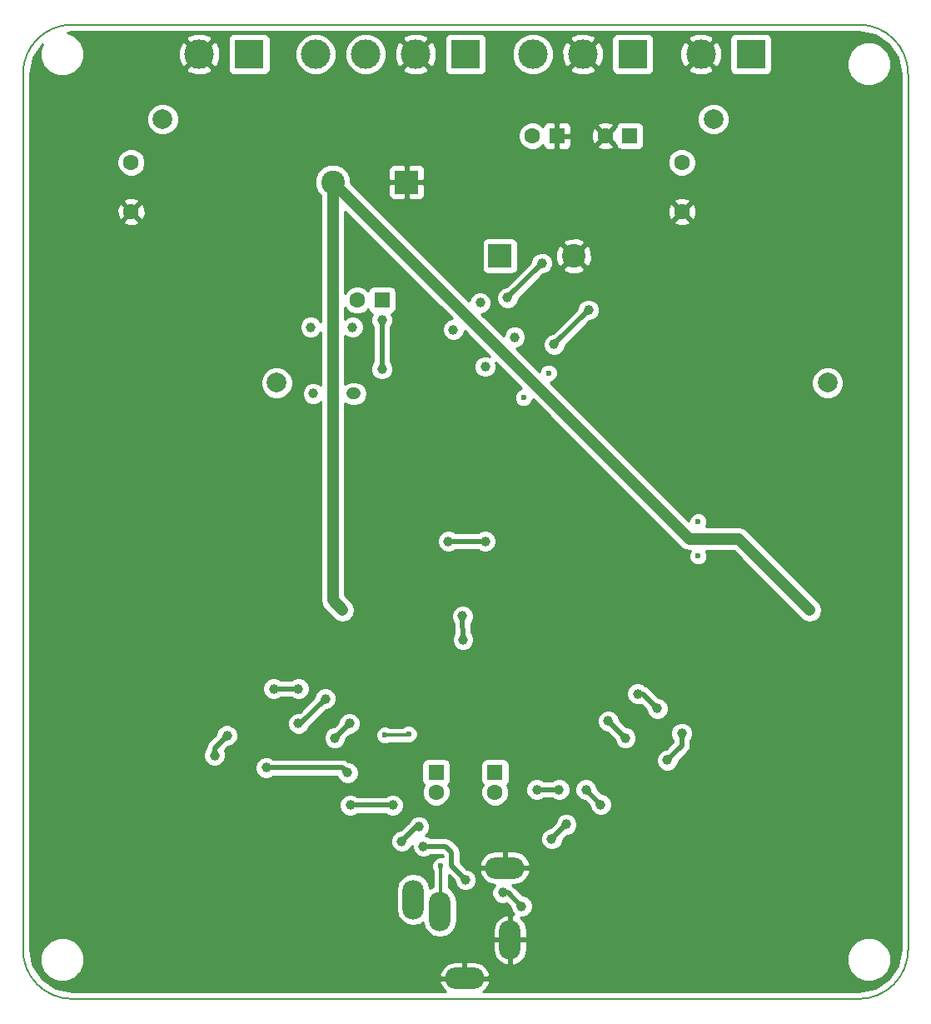
<source format=gbr>
%TF.GenerationSoftware,KiCad,Pcbnew,4.0.7-e2-6376~58~ubuntu16.04.1*%
%TF.CreationDate,2017-12-23T19:49:34+01:00*%
%TF.ProjectId,Class_D_Amp,436C6173735F445F416D702E6B696361,rev?*%
%TF.FileFunction,Copper,L2,Bot,Signal*%
%FSLAX46Y46*%
G04 Gerber Fmt 4.6, Leading zero omitted, Abs format (unit mm)*
G04 Created by KiCad (PCBNEW 4.0.7-e2-6376~58~ubuntu16.04.1) date Sat Dec 23 19:49:34 2017*
%MOMM*%
%LPD*%
G01*
G04 APERTURE LIST*
%ADD10C,0.150000*%
%ADD11C,3.000000*%
%ADD12R,3.000000X3.000000*%
%ADD13R,1.600000X1.600000*%
%ADD14C,1.600000*%
%ADD15R,2.400000X2.400000*%
%ADD16C,2.400000*%
%ADD17C,2.000000*%
%ADD18O,2.200000X4.000000*%
%ADD19O,4.000000X2.200000*%
%ADD20C,0.600000*%
%ADD21C,1.000000*%
%ADD22C,0.800000*%
%ADD23C,1.220000*%
%ADD24C,0.500000*%
%ADD25C,0.300000*%
%ADD26C,0.254000*%
G04 APERTURE END LIST*
D10*
X110000000Y-21000000D02*
X110000000Y-110000000D01*
X20000000Y-21000000D02*
X20000000Y-110000000D01*
X105000000Y-16000000D02*
X25000000Y-16000000D01*
X25000000Y-115000000D02*
X105000000Y-115000000D01*
X20000000Y-110000000D02*
G75*
G03X25000000Y-115000000I5000000J0D01*
G01*
X25000000Y-16000000D02*
G75*
G03X20000000Y-21000000I0J-5000000D01*
G01*
X110000000Y-21000000D02*
G75*
G03X105000000Y-16000000I-5000000J0D01*
G01*
X105000000Y-115000000D02*
G75*
G03X110000000Y-110000000I0J5000000D01*
G01*
D11*
X59920000Y-19000000D03*
X54840000Y-19000000D03*
D12*
X65000000Y-19000000D03*
D11*
X49760000Y-19000000D03*
D13*
X81700000Y-27300000D03*
D14*
X79200000Y-27300000D03*
D13*
X74300000Y-27300000D03*
D14*
X71800000Y-27300000D03*
X87000000Y-30000000D03*
X87000000Y-35000000D03*
D15*
X68500000Y-39500000D03*
D16*
X76000000Y-39500000D03*
D15*
X59000000Y-32000000D03*
D16*
X51500000Y-32000000D03*
D14*
X31000000Y-30000000D03*
X31000000Y-35000000D03*
D13*
X68000000Y-92000000D03*
D14*
X68000000Y-94000000D03*
D13*
X62000000Y-92000000D03*
D14*
X62000000Y-94000000D03*
D13*
X56500000Y-44000000D03*
D14*
X54000000Y-44000000D03*
D17*
X90200000Y-25600000D03*
X101800000Y-52400000D03*
X34200000Y-25600000D03*
X45800000Y-52400000D03*
D12*
X94000000Y-19000000D03*
D11*
X88920000Y-19000000D03*
D12*
X43000000Y-19000000D03*
D11*
X37920000Y-19000000D03*
D12*
X82000000Y-19000000D03*
D11*
X76920000Y-19000000D03*
X71840000Y-19000000D03*
D18*
X69500000Y-109000000D03*
D19*
X69000000Y-101700000D03*
D18*
X62400000Y-106100000D03*
X59700000Y-104900000D03*
D19*
X64900000Y-112900000D03*
D20*
X70900000Y-53900000D03*
X73450000Y-51400000D03*
X88650000Y-70000000D03*
X88650000Y-66500000D03*
D21*
X53500000Y-46750000D03*
X49250000Y-46750000D03*
X49500000Y-53500000D03*
X53500000Y-53500000D03*
X63750000Y-47000000D03*
X66500000Y-44250000D03*
X67000000Y-50750000D03*
X70000000Y-47750000D03*
X74000000Y-48500000D03*
X77500000Y-45000000D03*
X64750000Y-78500000D03*
X64700000Y-76100000D03*
X55000000Y-82000000D03*
X47500000Y-96300000D03*
X80000000Y-79000000D03*
X66200000Y-81900000D03*
X97300000Y-80000000D03*
X50500000Y-79900000D03*
X32800000Y-79200000D03*
X31000000Y-23500000D03*
X87000000Y-23500000D03*
X36700000Y-106000000D03*
X36700000Y-97300000D03*
X92700000Y-97000000D03*
X92700000Y-105700000D03*
X49250000Y-106350000D03*
X46450000Y-105450000D03*
X50850000Y-96150000D03*
X43350000Y-98150000D03*
X80500000Y-96800000D03*
X83100000Y-97700000D03*
X78800000Y-107000000D03*
X84100000Y-105300000D03*
X86300000Y-104900000D03*
D22*
X72600000Y-78400000D03*
D21*
X60700000Y-82000000D03*
D22*
X69800000Y-83200000D03*
D21*
X72000000Y-91500000D03*
X58000000Y-92500000D03*
X65800000Y-88300000D03*
X58500000Y-99000000D03*
X60250000Y-97500000D03*
X72250000Y-93750000D03*
X74500000Y-93750000D03*
X77250000Y-93750000D03*
X78750000Y-95250000D03*
X53300000Y-95300000D03*
X57600000Y-95300000D03*
X60700000Y-99500000D03*
X65000000Y-102900000D03*
X68800000Y-104200000D03*
X70700000Y-105600000D03*
X51700000Y-88500000D03*
X53200000Y-87000000D03*
X69250000Y-43750000D03*
X72750000Y-40250000D03*
X52500000Y-75500000D03*
X100000000Y-75500000D03*
X48000000Y-87000000D03*
X50750000Y-84500000D03*
X63250000Y-68500000D03*
X67000000Y-68500000D03*
X79500000Y-86750000D03*
X81250000Y-88500000D03*
X56500000Y-51000000D03*
X56500000Y-46000000D03*
X82500000Y-84000000D03*
X84500000Y-85500000D03*
X87000000Y-88000000D03*
X85500000Y-90750000D03*
D20*
X56800000Y-88200000D03*
X59200000Y-88100000D03*
D21*
X45500000Y-83500000D03*
X48000000Y-83500000D03*
D20*
X62500000Y-101500000D03*
D21*
X75250000Y-97250000D03*
X73750000Y-98750000D03*
X40750000Y-88250000D03*
X39500000Y-90250000D03*
X44750000Y-91500000D03*
X53000000Y-92000000D03*
D23*
X53750000Y-53500000D02*
X53500000Y-53500000D01*
D24*
X77500000Y-45000000D02*
X74000000Y-48500000D01*
X64750000Y-78500000D02*
X64700000Y-76100000D01*
X60000000Y-97500000D02*
X58500000Y-99000000D01*
X60250000Y-97500000D02*
X60000000Y-97500000D01*
X74500000Y-93750000D02*
X72250000Y-93750000D01*
X78750000Y-95250000D02*
X77250000Y-93750000D01*
X57600000Y-95300000D02*
X53300000Y-95300000D01*
X63000000Y-99500000D02*
X60700000Y-99500000D01*
X63600000Y-100100000D02*
X63000000Y-99500000D01*
X63600000Y-101500000D02*
X63600000Y-100100000D01*
X65000000Y-102900000D02*
X63600000Y-101500000D01*
X69300000Y-104200000D02*
X68800000Y-104200000D01*
X70700000Y-105600000D02*
X69300000Y-104200000D01*
X53200000Y-87000000D02*
X51700000Y-88500000D01*
X72750000Y-40250000D02*
X69250000Y-43750000D01*
D23*
X51500000Y-32000000D02*
X51500000Y-74500000D01*
X51500000Y-74500000D02*
X52500000Y-75500000D01*
X51500000Y-32000000D02*
X87750000Y-68250000D01*
X92750000Y-68250000D02*
X100000000Y-75500000D01*
X87750000Y-68250000D02*
X92750000Y-68250000D01*
D24*
X48250000Y-87000000D02*
X48000000Y-87000000D01*
X50750000Y-84500000D02*
X48250000Y-87000000D01*
X67000000Y-68500000D02*
X63250000Y-68500000D01*
X81250000Y-88500000D02*
X79500000Y-86750000D01*
X56500000Y-46000000D02*
X56500000Y-51000000D01*
X83000000Y-84000000D02*
X82500000Y-84000000D01*
X84500000Y-85500000D02*
X83000000Y-84000000D01*
X87000000Y-89250000D02*
X87000000Y-88000000D01*
X85500000Y-90750000D02*
X87000000Y-89250000D01*
D25*
X59100000Y-88200000D02*
X56800000Y-88200000D01*
X59200000Y-88100000D02*
X59100000Y-88200000D01*
D24*
X48000000Y-83500000D02*
X45500000Y-83500000D01*
D25*
X62400000Y-106100000D02*
X62500000Y-106000000D01*
X62500000Y-106000000D02*
X62500000Y-101500000D01*
D24*
X73750000Y-98750000D02*
X75250000Y-97250000D01*
X39500000Y-89500000D02*
X40750000Y-88250000D01*
X39500000Y-90250000D02*
X39500000Y-89500000D01*
X52500000Y-91500000D02*
X44750000Y-91500000D01*
X53000000Y-92000000D02*
X52500000Y-91500000D01*
D26*
G36*
X106636390Y-17049408D02*
X108023654Y-17976349D01*
X108950592Y-19363610D01*
X109290000Y-21069931D01*
X109290000Y-109930069D01*
X108950592Y-111636390D01*
X108023654Y-113023651D01*
X106636390Y-113950592D01*
X104930069Y-114290000D01*
X66792102Y-114290000D01*
X67116632Y-114037028D01*
X67451531Y-113446624D01*
X67489175Y-113296122D01*
X67371125Y-113027000D01*
X65027000Y-113027000D01*
X65027000Y-113047000D01*
X64773000Y-113047000D01*
X64773000Y-113027000D01*
X62428875Y-113027000D01*
X62310825Y-113296122D01*
X62348469Y-113446624D01*
X62683368Y-114037028D01*
X63007898Y-114290000D01*
X25069931Y-114290000D01*
X23363610Y-113950592D01*
X21976349Y-113023654D01*
X21049408Y-111636390D01*
X21010865Y-111442619D01*
X21764613Y-111442619D01*
X22104155Y-112264372D01*
X22732321Y-112893636D01*
X23553481Y-113234611D01*
X24442619Y-113235387D01*
X25264372Y-112895845D01*
X25657024Y-112503878D01*
X62310825Y-112503878D01*
X62428875Y-112773000D01*
X64773000Y-112773000D01*
X64773000Y-111165000D01*
X65027000Y-111165000D01*
X65027000Y-112773000D01*
X67371125Y-112773000D01*
X67489175Y-112503878D01*
X67451531Y-112353376D01*
X67116632Y-111762972D01*
X66581288Y-111345670D01*
X65927000Y-111165000D01*
X65027000Y-111165000D01*
X64773000Y-111165000D01*
X63873000Y-111165000D01*
X63218712Y-111345670D01*
X62683368Y-111762972D01*
X62348469Y-112353376D01*
X62310825Y-112503878D01*
X25657024Y-112503878D01*
X25893636Y-112267679D01*
X26234611Y-111446519D01*
X26235387Y-110557381D01*
X25895845Y-109735628D01*
X25288279Y-109127000D01*
X67765000Y-109127000D01*
X67765000Y-110027000D01*
X67945670Y-110681288D01*
X68362972Y-111216632D01*
X68953376Y-111551531D01*
X69103878Y-111589175D01*
X69373000Y-111471125D01*
X69373000Y-109127000D01*
X69627000Y-109127000D01*
X69627000Y-111471125D01*
X69896122Y-111589175D01*
X70046624Y-111551531D01*
X70238628Y-111442619D01*
X103764613Y-111442619D01*
X104104155Y-112264372D01*
X104732321Y-112893636D01*
X105553481Y-113234611D01*
X106442619Y-113235387D01*
X107264372Y-112895845D01*
X107893636Y-112267679D01*
X108234611Y-111446519D01*
X108235387Y-110557381D01*
X107895845Y-109735628D01*
X107267679Y-109106364D01*
X106446519Y-108765389D01*
X105557381Y-108764613D01*
X104735628Y-109104155D01*
X104106364Y-109732321D01*
X103765389Y-110553481D01*
X103764613Y-111442619D01*
X70238628Y-111442619D01*
X70637028Y-111216632D01*
X71054330Y-110681288D01*
X71235000Y-110027000D01*
X71235000Y-109127000D01*
X69627000Y-109127000D01*
X69373000Y-109127000D01*
X67765000Y-109127000D01*
X25288279Y-109127000D01*
X25267679Y-109106364D01*
X24446519Y-108765389D01*
X23557381Y-108764613D01*
X22735628Y-109104155D01*
X22106364Y-109732321D01*
X21765389Y-110553481D01*
X21764613Y-111442619D01*
X21010865Y-111442619D01*
X20710000Y-109930069D01*
X20710000Y-99224775D01*
X57364803Y-99224775D01*
X57537233Y-99642086D01*
X57856235Y-99961645D01*
X58273244Y-100134803D01*
X58724775Y-100135197D01*
X59142086Y-99962767D01*
X59461645Y-99643765D01*
X59565091Y-99394640D01*
X59564803Y-99724775D01*
X59737233Y-100142086D01*
X60056235Y-100461645D01*
X60473244Y-100634803D01*
X60924775Y-100635197D01*
X61342086Y-100462767D01*
X61419989Y-100385000D01*
X62633420Y-100385000D01*
X62715000Y-100466579D01*
X62715000Y-100576872D01*
X62686799Y-100565162D01*
X62314833Y-100564838D01*
X61971057Y-100706883D01*
X61707808Y-100969673D01*
X61565162Y-101313201D01*
X61564838Y-101685167D01*
X61706883Y-102028943D01*
X61715000Y-102037074D01*
X61715000Y-103559507D01*
X61399572Y-103770270D01*
X61302931Y-103284421D01*
X60926830Y-102721547D01*
X60363956Y-102345446D01*
X59700000Y-102213377D01*
X59036044Y-102345446D01*
X58473170Y-102721547D01*
X58097069Y-103284421D01*
X57965000Y-103948377D01*
X57965000Y-105851623D01*
X58097069Y-106515579D01*
X58473170Y-107078453D01*
X59036044Y-107454554D01*
X59700000Y-107586623D01*
X60363956Y-107454554D01*
X60700428Y-107229730D01*
X60797069Y-107715579D01*
X61173170Y-108278453D01*
X61736044Y-108654554D01*
X62400000Y-108786623D01*
X63063956Y-108654554D01*
X63626830Y-108278453D01*
X63830927Y-107973000D01*
X67765000Y-107973000D01*
X67765000Y-108873000D01*
X69373000Y-108873000D01*
X69373000Y-106528875D01*
X69103878Y-106410825D01*
X68953376Y-106448469D01*
X68362972Y-106783368D01*
X67945670Y-107318712D01*
X67765000Y-107973000D01*
X63830927Y-107973000D01*
X64002931Y-107715579D01*
X64135000Y-107051623D01*
X64135000Y-105148377D01*
X64002931Y-104484421D01*
X63626830Y-103921547D01*
X63285000Y-103693143D01*
X63285000Y-102436580D01*
X63864897Y-103016477D01*
X63864803Y-103124775D01*
X64037233Y-103542086D01*
X64356235Y-103861645D01*
X64773244Y-104034803D01*
X65224775Y-104035197D01*
X65642086Y-103862767D01*
X65961645Y-103543765D01*
X66134803Y-103126756D01*
X66135197Y-102675225D01*
X65962767Y-102257914D01*
X65801258Y-102096122D01*
X66410825Y-102096122D01*
X66448469Y-102246624D01*
X66783368Y-102837028D01*
X67318712Y-103254330D01*
X67962661Y-103432145D01*
X67838355Y-103556235D01*
X67665197Y-103973244D01*
X67664803Y-104424775D01*
X67837233Y-104842086D01*
X68156235Y-105161645D01*
X68573244Y-105334803D01*
X69024775Y-105335197D01*
X69137175Y-105288754D01*
X69564897Y-105716477D01*
X69564803Y-105824775D01*
X69737233Y-106242086D01*
X69908858Y-106414011D01*
X69896122Y-106410825D01*
X69627000Y-106528875D01*
X69627000Y-108873000D01*
X71235000Y-108873000D01*
X71235000Y-107973000D01*
X71054330Y-107318712D01*
X70637028Y-106783368D01*
X70551532Y-106734871D01*
X70924775Y-106735197D01*
X71342086Y-106562767D01*
X71661645Y-106243765D01*
X71834803Y-105826756D01*
X71835197Y-105375225D01*
X71662767Y-104957914D01*
X71343765Y-104638355D01*
X70926756Y-104465197D01*
X70816680Y-104465101D01*
X69925790Y-103574210D01*
X69882741Y-103545446D01*
X69717446Y-103435000D01*
X70027000Y-103435000D01*
X70681288Y-103254330D01*
X71216632Y-102837028D01*
X71551531Y-102246624D01*
X71589175Y-102096122D01*
X71471125Y-101827000D01*
X69127000Y-101827000D01*
X69127000Y-101847000D01*
X68873000Y-101847000D01*
X68873000Y-101827000D01*
X66528875Y-101827000D01*
X66410825Y-102096122D01*
X65801258Y-102096122D01*
X65643765Y-101938355D01*
X65226756Y-101765197D01*
X65116680Y-101765101D01*
X64655458Y-101303878D01*
X66410825Y-101303878D01*
X66528875Y-101573000D01*
X68873000Y-101573000D01*
X68873000Y-99965000D01*
X69127000Y-99965000D01*
X69127000Y-101573000D01*
X71471125Y-101573000D01*
X71589175Y-101303878D01*
X71551531Y-101153376D01*
X71216632Y-100562972D01*
X70681288Y-100145670D01*
X70027000Y-99965000D01*
X69127000Y-99965000D01*
X68873000Y-99965000D01*
X67973000Y-99965000D01*
X67318712Y-100145670D01*
X66783368Y-100562972D01*
X66448469Y-101153376D01*
X66410825Y-101303878D01*
X64655458Y-101303878D01*
X64485000Y-101133420D01*
X64485000Y-100100005D01*
X64485001Y-100100000D01*
X64417633Y-99761325D01*
X64339082Y-99643765D01*
X64225790Y-99474210D01*
X64225787Y-99474208D01*
X63726355Y-98974775D01*
X72614803Y-98974775D01*
X72787233Y-99392086D01*
X73106235Y-99711645D01*
X73523244Y-99884803D01*
X73974775Y-99885197D01*
X74392086Y-99712767D01*
X74711645Y-99393765D01*
X74884803Y-98976756D01*
X74884899Y-98866681D01*
X75366477Y-98385103D01*
X75474775Y-98385197D01*
X75892086Y-98212767D01*
X76211645Y-97893765D01*
X76384803Y-97476756D01*
X76385197Y-97025225D01*
X76212767Y-96607914D01*
X75893765Y-96288355D01*
X75476756Y-96115197D01*
X75025225Y-96114803D01*
X74607914Y-96287233D01*
X74288355Y-96606235D01*
X74115197Y-97023244D01*
X74115101Y-97133320D01*
X73633523Y-97614897D01*
X73525225Y-97614803D01*
X73107914Y-97787233D01*
X72788355Y-98106235D01*
X72615197Y-98523244D01*
X72614803Y-98974775D01*
X63726355Y-98974775D01*
X63625790Y-98874210D01*
X63598888Y-98856235D01*
X63338675Y-98682367D01*
X63282484Y-98671190D01*
X63000000Y-98614999D01*
X62999995Y-98615000D01*
X61420276Y-98615000D01*
X61343765Y-98538355D01*
X60971298Y-98383693D01*
X61211645Y-98143765D01*
X61384803Y-97726756D01*
X61385197Y-97275225D01*
X61212767Y-96857914D01*
X60893765Y-96538355D01*
X60476756Y-96365197D01*
X60025225Y-96364803D01*
X59607914Y-96537233D01*
X59288355Y-96856235D01*
X59214625Y-97033796D01*
X58383523Y-97864897D01*
X58275225Y-97864803D01*
X57857914Y-98037233D01*
X57538355Y-98356235D01*
X57365197Y-98773244D01*
X57364803Y-99224775D01*
X20710000Y-99224775D01*
X20710000Y-95524775D01*
X52164803Y-95524775D01*
X52337233Y-95942086D01*
X52656235Y-96261645D01*
X53073244Y-96434803D01*
X53524775Y-96435197D01*
X53942086Y-96262767D01*
X54019989Y-96185000D01*
X56879724Y-96185000D01*
X56956235Y-96261645D01*
X57373244Y-96434803D01*
X57824775Y-96435197D01*
X58242086Y-96262767D01*
X58561645Y-95943765D01*
X58734803Y-95526756D01*
X58735197Y-95075225D01*
X58562767Y-94657914D01*
X58243765Y-94338355D01*
X57826756Y-94165197D01*
X57375225Y-94164803D01*
X56957914Y-94337233D01*
X56880011Y-94415000D01*
X54020276Y-94415000D01*
X53943765Y-94338355D01*
X53526756Y-94165197D01*
X53075225Y-94164803D01*
X52657914Y-94337233D01*
X52338355Y-94656235D01*
X52165197Y-95073244D01*
X52164803Y-95524775D01*
X20710000Y-95524775D01*
X20710000Y-91724775D01*
X43614803Y-91724775D01*
X43787233Y-92142086D01*
X44106235Y-92461645D01*
X44523244Y-92634803D01*
X44974775Y-92635197D01*
X45392086Y-92462767D01*
X45469989Y-92385000D01*
X51931007Y-92385000D01*
X52037233Y-92642086D01*
X52356235Y-92961645D01*
X52773244Y-93134803D01*
X53224775Y-93135197D01*
X53642086Y-92962767D01*
X53961645Y-92643765D01*
X54134803Y-92226756D01*
X54135197Y-91775225D01*
X53962767Y-91357914D01*
X53805129Y-91200000D01*
X60552560Y-91200000D01*
X60552560Y-92800000D01*
X60596838Y-93035317D01*
X60735910Y-93251441D01*
X60752366Y-93262685D01*
X60565250Y-93713309D01*
X60564752Y-94284187D01*
X60782757Y-94811800D01*
X61186077Y-95215824D01*
X61713309Y-95434750D01*
X62284187Y-95435248D01*
X62811800Y-95217243D01*
X63215824Y-94813923D01*
X63434750Y-94286691D01*
X63435248Y-93715813D01*
X63249197Y-93265534D01*
X63251441Y-93264090D01*
X63396431Y-93051890D01*
X63447440Y-92800000D01*
X63447440Y-91200000D01*
X66552560Y-91200000D01*
X66552560Y-92800000D01*
X66596838Y-93035317D01*
X66735910Y-93251441D01*
X66752366Y-93262685D01*
X66565250Y-93713309D01*
X66564752Y-94284187D01*
X66782757Y-94811800D01*
X67186077Y-95215824D01*
X67713309Y-95434750D01*
X68284187Y-95435248D01*
X68811800Y-95217243D01*
X69215824Y-94813923D01*
X69434750Y-94286691D01*
X69435022Y-93974775D01*
X71114803Y-93974775D01*
X71287233Y-94392086D01*
X71606235Y-94711645D01*
X72023244Y-94884803D01*
X72474775Y-94885197D01*
X72892086Y-94712767D01*
X72969989Y-94635000D01*
X73779724Y-94635000D01*
X73856235Y-94711645D01*
X74273244Y-94884803D01*
X74724775Y-94885197D01*
X75142086Y-94712767D01*
X75461645Y-94393765D01*
X75634803Y-93976756D01*
X75634804Y-93974775D01*
X76114803Y-93974775D01*
X76287233Y-94392086D01*
X76606235Y-94711645D01*
X77023244Y-94884803D01*
X77133319Y-94884899D01*
X77614897Y-95366477D01*
X77614803Y-95474775D01*
X77787233Y-95892086D01*
X78106235Y-96211645D01*
X78523244Y-96384803D01*
X78974775Y-96385197D01*
X79392086Y-96212767D01*
X79711645Y-95893765D01*
X79884803Y-95476756D01*
X79885197Y-95025225D01*
X79712767Y-94607914D01*
X79393765Y-94288355D01*
X78976756Y-94115197D01*
X78866680Y-94115101D01*
X78385103Y-93633523D01*
X78385197Y-93525225D01*
X78212767Y-93107914D01*
X77893765Y-92788355D01*
X77476756Y-92615197D01*
X77025225Y-92614803D01*
X76607914Y-92787233D01*
X76288355Y-93106235D01*
X76115197Y-93523244D01*
X76114803Y-93974775D01*
X75634804Y-93974775D01*
X75635197Y-93525225D01*
X75462767Y-93107914D01*
X75143765Y-92788355D01*
X74726756Y-92615197D01*
X74275225Y-92614803D01*
X73857914Y-92787233D01*
X73780011Y-92865000D01*
X72970276Y-92865000D01*
X72893765Y-92788355D01*
X72476756Y-92615197D01*
X72025225Y-92614803D01*
X71607914Y-92787233D01*
X71288355Y-93106235D01*
X71115197Y-93523244D01*
X71114803Y-93974775D01*
X69435022Y-93974775D01*
X69435248Y-93715813D01*
X69249197Y-93265534D01*
X69251441Y-93264090D01*
X69396431Y-93051890D01*
X69447440Y-92800000D01*
X69447440Y-91200000D01*
X69405061Y-90974775D01*
X84364803Y-90974775D01*
X84537233Y-91392086D01*
X84856235Y-91711645D01*
X85273244Y-91884803D01*
X85724775Y-91885197D01*
X86142086Y-91712767D01*
X86461645Y-91393765D01*
X86634803Y-90976756D01*
X86634899Y-90866681D01*
X87625787Y-89875792D01*
X87625790Y-89875790D01*
X87817633Y-89588675D01*
X87885000Y-89250000D01*
X87885000Y-88720276D01*
X87961645Y-88643765D01*
X88134803Y-88226756D01*
X88135197Y-87775225D01*
X87962767Y-87357914D01*
X87643765Y-87038355D01*
X87226756Y-86865197D01*
X86775225Y-86864803D01*
X86357914Y-87037233D01*
X86038355Y-87356235D01*
X85865197Y-87773244D01*
X85864803Y-88224775D01*
X86037233Y-88642086D01*
X86115000Y-88719989D01*
X86115000Y-88883421D01*
X85383523Y-89614897D01*
X85275225Y-89614803D01*
X84857914Y-89787233D01*
X84538355Y-90106235D01*
X84365197Y-90523244D01*
X84364803Y-90974775D01*
X69405061Y-90974775D01*
X69403162Y-90964683D01*
X69264090Y-90748559D01*
X69051890Y-90603569D01*
X68800000Y-90552560D01*
X67200000Y-90552560D01*
X66964683Y-90596838D01*
X66748559Y-90735910D01*
X66603569Y-90948110D01*
X66552560Y-91200000D01*
X63447440Y-91200000D01*
X63403162Y-90964683D01*
X63264090Y-90748559D01*
X63051890Y-90603569D01*
X62800000Y-90552560D01*
X61200000Y-90552560D01*
X60964683Y-90596838D01*
X60748559Y-90735910D01*
X60603569Y-90948110D01*
X60552560Y-91200000D01*
X53805129Y-91200000D01*
X53643765Y-91038355D01*
X53226756Y-90865197D01*
X53112151Y-90865097D01*
X53098888Y-90856235D01*
X52838675Y-90682367D01*
X52782484Y-90671190D01*
X52500000Y-90614999D01*
X52499995Y-90615000D01*
X45470276Y-90615000D01*
X45393765Y-90538355D01*
X44976756Y-90365197D01*
X44525225Y-90364803D01*
X44107914Y-90537233D01*
X43788355Y-90856235D01*
X43615197Y-91273244D01*
X43614803Y-91724775D01*
X20710000Y-91724775D01*
X20710000Y-90474775D01*
X38364803Y-90474775D01*
X38537233Y-90892086D01*
X38856235Y-91211645D01*
X39273244Y-91384803D01*
X39724775Y-91385197D01*
X40142086Y-91212767D01*
X40461645Y-90893765D01*
X40634803Y-90476756D01*
X40635197Y-90025225D01*
X40515659Y-89735921D01*
X40866477Y-89385103D01*
X40974775Y-89385197D01*
X41392086Y-89212767D01*
X41711645Y-88893765D01*
X41781816Y-88724775D01*
X50564803Y-88724775D01*
X50737233Y-89142086D01*
X51056235Y-89461645D01*
X51473244Y-89634803D01*
X51924775Y-89635197D01*
X52342086Y-89462767D01*
X52661645Y-89143765D01*
X52834803Y-88726756D01*
X52834899Y-88616681D01*
X53066413Y-88385167D01*
X55864838Y-88385167D01*
X56006883Y-88728943D01*
X56269673Y-88992192D01*
X56613201Y-89134838D01*
X56985167Y-89135162D01*
X57328943Y-88993117D01*
X57337074Y-88985000D01*
X58893178Y-88985000D01*
X59013201Y-89034838D01*
X59385167Y-89035162D01*
X59728943Y-88893117D01*
X59992192Y-88630327D01*
X60134838Y-88286799D01*
X60135162Y-87914833D01*
X59993117Y-87571057D01*
X59730327Y-87307808D01*
X59386799Y-87165162D01*
X59014833Y-87164838D01*
X58671057Y-87306883D01*
X58562751Y-87415000D01*
X57337506Y-87415000D01*
X57330327Y-87407808D01*
X56986799Y-87265162D01*
X56614833Y-87264838D01*
X56271057Y-87406883D01*
X56007808Y-87669673D01*
X55865162Y-88013201D01*
X55864838Y-88385167D01*
X53066413Y-88385167D01*
X53316477Y-88135103D01*
X53424775Y-88135197D01*
X53842086Y-87962767D01*
X54161645Y-87643765D01*
X54334803Y-87226756D01*
X54335022Y-86974775D01*
X78364803Y-86974775D01*
X78537233Y-87392086D01*
X78856235Y-87711645D01*
X79273244Y-87884803D01*
X79383319Y-87884899D01*
X80114897Y-88616477D01*
X80114803Y-88724775D01*
X80287233Y-89142086D01*
X80606235Y-89461645D01*
X81023244Y-89634803D01*
X81474775Y-89635197D01*
X81892086Y-89462767D01*
X82211645Y-89143765D01*
X82384803Y-88726756D01*
X82385197Y-88275225D01*
X82212767Y-87857914D01*
X81893765Y-87538355D01*
X81476756Y-87365197D01*
X81366680Y-87365101D01*
X80635103Y-86633523D01*
X80635197Y-86525225D01*
X80462767Y-86107914D01*
X80143765Y-85788355D01*
X79726756Y-85615197D01*
X79275225Y-85614803D01*
X78857914Y-85787233D01*
X78538355Y-86106235D01*
X78365197Y-86523244D01*
X78364803Y-86974775D01*
X54335022Y-86974775D01*
X54335197Y-86775225D01*
X54162767Y-86357914D01*
X53843765Y-86038355D01*
X53426756Y-85865197D01*
X52975225Y-85864803D01*
X52557914Y-86037233D01*
X52238355Y-86356235D01*
X52065197Y-86773244D01*
X52065101Y-86883320D01*
X51583523Y-87364897D01*
X51475225Y-87364803D01*
X51057914Y-87537233D01*
X50738355Y-87856235D01*
X50565197Y-88273244D01*
X50564803Y-88724775D01*
X41781816Y-88724775D01*
X41884803Y-88476756D01*
X41885197Y-88025225D01*
X41712767Y-87607914D01*
X41393765Y-87288355D01*
X41240649Y-87224775D01*
X46864803Y-87224775D01*
X47037233Y-87642086D01*
X47356235Y-87961645D01*
X47773244Y-88134803D01*
X48224775Y-88135197D01*
X48642086Y-87962767D01*
X48961645Y-87643765D01*
X49035374Y-87466205D01*
X50866477Y-85635103D01*
X50974775Y-85635197D01*
X51392086Y-85462767D01*
X51711645Y-85143765D01*
X51884803Y-84726756D01*
X51885197Y-84275225D01*
X51864352Y-84224775D01*
X81364803Y-84224775D01*
X81537233Y-84642086D01*
X81856235Y-84961645D01*
X82273244Y-85134803D01*
X82724775Y-85135197D01*
X82837175Y-85088754D01*
X83364897Y-85616477D01*
X83364803Y-85724775D01*
X83537233Y-86142086D01*
X83856235Y-86461645D01*
X84273244Y-86634803D01*
X84724775Y-86635197D01*
X85142086Y-86462767D01*
X85461645Y-86143765D01*
X85634803Y-85726756D01*
X85635197Y-85275225D01*
X85462767Y-84857914D01*
X85143765Y-84538355D01*
X84726756Y-84365197D01*
X84616680Y-84365101D01*
X83625790Y-83374210D01*
X83598888Y-83356235D01*
X83338675Y-83182367D01*
X83282484Y-83171190D01*
X83274853Y-83169672D01*
X83143765Y-83038355D01*
X82726756Y-82865197D01*
X82275225Y-82864803D01*
X81857914Y-83037233D01*
X81538355Y-83356235D01*
X81365197Y-83773244D01*
X81364803Y-84224775D01*
X51864352Y-84224775D01*
X51712767Y-83857914D01*
X51393765Y-83538355D01*
X50976756Y-83365197D01*
X50525225Y-83364803D01*
X50107914Y-83537233D01*
X49788355Y-83856235D01*
X49615197Y-84273244D01*
X49615101Y-84383320D01*
X48133305Y-85865115D01*
X47775225Y-85864803D01*
X47357914Y-86037233D01*
X47038355Y-86356235D01*
X46865197Y-86773244D01*
X46864803Y-87224775D01*
X41240649Y-87224775D01*
X40976756Y-87115197D01*
X40525225Y-87114803D01*
X40107914Y-87287233D01*
X39788355Y-87606235D01*
X39615197Y-88023244D01*
X39615101Y-88133320D01*
X38874210Y-88874210D01*
X38682367Y-89161325D01*
X38671190Y-89217516D01*
X38614999Y-89500000D01*
X38615000Y-89500005D01*
X38615000Y-89529724D01*
X38538355Y-89606235D01*
X38365197Y-90023244D01*
X38364803Y-90474775D01*
X20710000Y-90474775D01*
X20710000Y-83724775D01*
X44364803Y-83724775D01*
X44537233Y-84142086D01*
X44856235Y-84461645D01*
X45273244Y-84634803D01*
X45724775Y-84635197D01*
X46142086Y-84462767D01*
X46219989Y-84385000D01*
X47279724Y-84385000D01*
X47356235Y-84461645D01*
X47773244Y-84634803D01*
X48224775Y-84635197D01*
X48642086Y-84462767D01*
X48961645Y-84143765D01*
X49134803Y-83726756D01*
X49135197Y-83275225D01*
X48962767Y-82857914D01*
X48643765Y-82538355D01*
X48226756Y-82365197D01*
X47775225Y-82364803D01*
X47357914Y-82537233D01*
X47280011Y-82615000D01*
X46220276Y-82615000D01*
X46143765Y-82538355D01*
X45726756Y-82365197D01*
X45275225Y-82364803D01*
X44857914Y-82537233D01*
X44538355Y-82856235D01*
X44365197Y-83273244D01*
X44364803Y-83724775D01*
X20710000Y-83724775D01*
X20710000Y-52723795D01*
X44164716Y-52723795D01*
X44413106Y-53324943D01*
X44872637Y-53785278D01*
X45473352Y-54034716D01*
X46123795Y-54035284D01*
X46724943Y-53786894D01*
X47185278Y-53327363D01*
X47434716Y-52726648D01*
X47435284Y-52076205D01*
X47186894Y-51475057D01*
X46727363Y-51014722D01*
X46126648Y-50765284D01*
X45476205Y-50764716D01*
X44875057Y-51013106D01*
X44414722Y-51472637D01*
X44165284Y-52073352D01*
X44164716Y-52723795D01*
X20710000Y-52723795D01*
X20710000Y-46974775D01*
X48114803Y-46974775D01*
X48287233Y-47392086D01*
X48606235Y-47711645D01*
X49023244Y-47884803D01*
X49474775Y-47885197D01*
X49892086Y-47712767D01*
X50211645Y-47393765D01*
X50255000Y-47289355D01*
X50255000Y-52649784D01*
X50143765Y-52538355D01*
X49726756Y-52365197D01*
X49275225Y-52364803D01*
X48857914Y-52537233D01*
X48538355Y-52856235D01*
X48365197Y-53273244D01*
X48364803Y-53724775D01*
X48537233Y-54142086D01*
X48856235Y-54461645D01*
X49273244Y-54634803D01*
X49724775Y-54635197D01*
X50142086Y-54462767D01*
X50255000Y-54350050D01*
X50255000Y-74500000D01*
X50349770Y-74976441D01*
X50619652Y-75380348D01*
X51619652Y-76380348D01*
X52023560Y-76650230D01*
X52500000Y-76745000D01*
X52976441Y-76650230D01*
X53380348Y-76380348D01*
X53417480Y-76324775D01*
X63564803Y-76324775D01*
X63737233Y-76742086D01*
X63830123Y-76835139D01*
X63850112Y-77794586D01*
X63788355Y-77856235D01*
X63615197Y-78273244D01*
X63614803Y-78724775D01*
X63787233Y-79142086D01*
X64106235Y-79461645D01*
X64523244Y-79634803D01*
X64974775Y-79635197D01*
X65392086Y-79462767D01*
X65711645Y-79143765D01*
X65884803Y-78726756D01*
X65885197Y-78275225D01*
X65712767Y-77857914D01*
X65619877Y-77764861D01*
X65599888Y-76805414D01*
X65661645Y-76743765D01*
X65834803Y-76326756D01*
X65835197Y-75875225D01*
X65662767Y-75457914D01*
X65343765Y-75138355D01*
X64926756Y-74965197D01*
X64475225Y-74964803D01*
X64057914Y-75137233D01*
X63738355Y-75456235D01*
X63565197Y-75873244D01*
X63564803Y-76324775D01*
X53417480Y-76324775D01*
X53650230Y-75976441D01*
X53745000Y-75500000D01*
X53650230Y-75023560D01*
X53380348Y-74619652D01*
X52745000Y-73984304D01*
X52745000Y-68724775D01*
X62114803Y-68724775D01*
X62287233Y-69142086D01*
X62606235Y-69461645D01*
X63023244Y-69634803D01*
X63474775Y-69635197D01*
X63892086Y-69462767D01*
X63969989Y-69385000D01*
X66279724Y-69385000D01*
X66356235Y-69461645D01*
X66773244Y-69634803D01*
X67224775Y-69635197D01*
X67642086Y-69462767D01*
X67961645Y-69143765D01*
X68134803Y-68726756D01*
X68135197Y-68275225D01*
X67962767Y-67857914D01*
X67643765Y-67538355D01*
X67226756Y-67365197D01*
X66775225Y-67364803D01*
X66357914Y-67537233D01*
X66280011Y-67615000D01*
X63970276Y-67615000D01*
X63893765Y-67538355D01*
X63476756Y-67365197D01*
X63025225Y-67364803D01*
X62607914Y-67537233D01*
X62288355Y-67856235D01*
X62115197Y-68273244D01*
X62114803Y-68724775D01*
X52745000Y-68724775D01*
X52745000Y-54464103D01*
X53023559Y-54650230D01*
X53500000Y-54745000D01*
X53750000Y-54745000D01*
X54226441Y-54650230D01*
X54630348Y-54380348D01*
X54900230Y-53976441D01*
X54995000Y-53500000D01*
X54900230Y-53023559D01*
X54630348Y-52619652D01*
X54226441Y-52349770D01*
X53750000Y-52255000D01*
X53500000Y-52255000D01*
X53023559Y-52349770D01*
X52745000Y-52535897D01*
X52745000Y-47600216D01*
X52856235Y-47711645D01*
X53273244Y-47884803D01*
X53724775Y-47885197D01*
X54142086Y-47712767D01*
X54461645Y-47393765D01*
X54634803Y-46976756D01*
X54635197Y-46525225D01*
X54462767Y-46107914D01*
X54143765Y-45788355D01*
X53726756Y-45615197D01*
X53275225Y-45614803D01*
X52857914Y-45787233D01*
X52745000Y-45899950D01*
X52745000Y-44720421D01*
X52782757Y-44811800D01*
X53186077Y-45215824D01*
X53713309Y-45434750D01*
X54284187Y-45435248D01*
X54811800Y-45217243D01*
X55080583Y-44948928D01*
X55096838Y-45035317D01*
X55235910Y-45251441D01*
X55448110Y-45396431D01*
X55515959Y-45410171D01*
X55365197Y-45773244D01*
X55364803Y-46224775D01*
X55537233Y-46642086D01*
X55615000Y-46719989D01*
X55615000Y-50279724D01*
X55538355Y-50356235D01*
X55365197Y-50773244D01*
X55364803Y-51224775D01*
X55537233Y-51642086D01*
X55856235Y-51961645D01*
X56273244Y-52134803D01*
X56724775Y-52135197D01*
X57142086Y-51962767D01*
X57461645Y-51643765D01*
X57634803Y-51226756D01*
X57635197Y-50775225D01*
X57462767Y-50357914D01*
X57385000Y-50280011D01*
X57385000Y-46720276D01*
X57461645Y-46643765D01*
X57634803Y-46226756D01*
X57635197Y-45775225D01*
X57485348Y-45412564D01*
X57535317Y-45403162D01*
X57751441Y-45264090D01*
X57896431Y-45051890D01*
X57947440Y-44800000D01*
X57947440Y-43200000D01*
X57903162Y-42964683D01*
X57764090Y-42748559D01*
X57551890Y-42603569D01*
X57300000Y-42552560D01*
X55700000Y-42552560D01*
X55464683Y-42596838D01*
X55248559Y-42735910D01*
X55103569Y-42948110D01*
X55082320Y-43053041D01*
X54813923Y-42784176D01*
X54286691Y-42565250D01*
X53715813Y-42564752D01*
X53188200Y-42782757D01*
X52784176Y-43186077D01*
X52745000Y-43280423D01*
X52745000Y-35005696D01*
X63604176Y-45864872D01*
X63525225Y-45864803D01*
X63107914Y-46037233D01*
X62788355Y-46356235D01*
X62615197Y-46773244D01*
X62614803Y-47224775D01*
X62787233Y-47642086D01*
X63106235Y-47961645D01*
X63523244Y-48134803D01*
X63974775Y-48135197D01*
X64392086Y-47962767D01*
X64711645Y-47643765D01*
X64884803Y-47226756D01*
X64884874Y-47145570D01*
X67445212Y-49705908D01*
X67226756Y-49615197D01*
X66775225Y-49614803D01*
X66357914Y-49787233D01*
X66038355Y-50106235D01*
X65865197Y-50523244D01*
X65864803Y-50974775D01*
X66037233Y-51392086D01*
X66356235Y-51711645D01*
X66773244Y-51884803D01*
X67224775Y-51885197D01*
X67642086Y-51712767D01*
X67961645Y-51393765D01*
X68134803Y-50976756D01*
X68135197Y-50525225D01*
X68044129Y-50304825D01*
X70707268Y-52967964D01*
X70371057Y-53106883D01*
X70107808Y-53369673D01*
X69965162Y-53713201D01*
X69964838Y-54085167D01*
X70106883Y-54428943D01*
X70369673Y-54692192D01*
X70713201Y-54834838D01*
X71085167Y-54835162D01*
X71428943Y-54693117D01*
X71692192Y-54430327D01*
X71832275Y-54092971D01*
X86869652Y-69130348D01*
X87273559Y-69400230D01*
X87750000Y-69495000D01*
X87847291Y-69495000D01*
X87715162Y-69813201D01*
X87714838Y-70185167D01*
X87856883Y-70528943D01*
X88119673Y-70792192D01*
X88463201Y-70934838D01*
X88835167Y-70935162D01*
X89178943Y-70793117D01*
X89442192Y-70530327D01*
X89584838Y-70186799D01*
X89585162Y-69814833D01*
X89453010Y-69495000D01*
X92234304Y-69495000D01*
X99119652Y-76380348D01*
X99523559Y-76650230D01*
X100000000Y-76745000D01*
X100476441Y-76650230D01*
X100880348Y-76380348D01*
X101150230Y-75976441D01*
X101245000Y-75500000D01*
X101150230Y-75023559D01*
X100880348Y-74619652D01*
X93630348Y-67369652D01*
X93226441Y-67099770D01*
X92750000Y-67005000D01*
X89452709Y-67005000D01*
X89584838Y-66686799D01*
X89585162Y-66314833D01*
X89443117Y-65971057D01*
X89180327Y-65707808D01*
X88836799Y-65565162D01*
X88464833Y-65564838D01*
X88121057Y-65706883D01*
X87857808Y-65969673D01*
X87715162Y-66313201D01*
X87715039Y-66454343D01*
X73984491Y-52723795D01*
X100164716Y-52723795D01*
X100413106Y-53324943D01*
X100872637Y-53785278D01*
X101473352Y-54034716D01*
X102123795Y-54035284D01*
X102724943Y-53786894D01*
X103185278Y-53327363D01*
X103434716Y-52726648D01*
X103435284Y-52076205D01*
X103186894Y-51475057D01*
X102727363Y-51014722D01*
X102126648Y-50765284D01*
X101476205Y-50764716D01*
X100875057Y-51013106D01*
X100414722Y-51472637D01*
X100165284Y-52073352D01*
X100164716Y-52723795D01*
X73984491Y-52723795D01*
X73595824Y-52335128D01*
X73635167Y-52335162D01*
X73978943Y-52193117D01*
X74242192Y-51930327D01*
X74384838Y-51586799D01*
X74385162Y-51214833D01*
X74243117Y-50871057D01*
X73980327Y-50607808D01*
X73636799Y-50465162D01*
X73264833Y-50464838D01*
X72921057Y-50606883D01*
X72657808Y-50869673D01*
X72515162Y-51213201D01*
X72515126Y-51254430D01*
X70145824Y-48885128D01*
X70224775Y-48885197D01*
X70613024Y-48724775D01*
X72864803Y-48724775D01*
X73037233Y-49142086D01*
X73356235Y-49461645D01*
X73773244Y-49634803D01*
X74224775Y-49635197D01*
X74642086Y-49462767D01*
X74961645Y-49143765D01*
X75134803Y-48726756D01*
X75134899Y-48616681D01*
X77616477Y-46135103D01*
X77724775Y-46135197D01*
X78142086Y-45962767D01*
X78461645Y-45643765D01*
X78634803Y-45226756D01*
X78635197Y-44775225D01*
X78462767Y-44357914D01*
X78143765Y-44038355D01*
X77726756Y-43865197D01*
X77275225Y-43864803D01*
X76857914Y-44037233D01*
X76538355Y-44356235D01*
X76365197Y-44773244D01*
X76365101Y-44883320D01*
X73883523Y-47364897D01*
X73775225Y-47364803D01*
X73357914Y-47537233D01*
X73038355Y-47856235D01*
X72865197Y-48273244D01*
X72864803Y-48724775D01*
X70613024Y-48724775D01*
X70642086Y-48712767D01*
X70961645Y-48393765D01*
X71134803Y-47976756D01*
X71135197Y-47525225D01*
X70962767Y-47107914D01*
X70643765Y-46788355D01*
X70226756Y-46615197D01*
X69775225Y-46614803D01*
X69357914Y-46787233D01*
X69038355Y-47106235D01*
X68865197Y-47523244D01*
X68865126Y-47604430D01*
X66645824Y-45385128D01*
X66724775Y-45385197D01*
X67142086Y-45212767D01*
X67461645Y-44893765D01*
X67634803Y-44476756D01*
X67635197Y-44025225D01*
X67614352Y-43974775D01*
X68114803Y-43974775D01*
X68287233Y-44392086D01*
X68606235Y-44711645D01*
X69023244Y-44884803D01*
X69474775Y-44885197D01*
X69892086Y-44712767D01*
X70211645Y-44393765D01*
X70384803Y-43976756D01*
X70384899Y-43866681D01*
X72866477Y-41385103D01*
X72974775Y-41385197D01*
X73392086Y-41212767D01*
X73711645Y-40893765D01*
X73751752Y-40797175D01*
X74882430Y-40797175D01*
X75005565Y-41084788D01*
X75687734Y-41344707D01*
X76417443Y-41323786D01*
X76994435Y-41084788D01*
X77117570Y-40797175D01*
X76000000Y-39679605D01*
X74882430Y-40797175D01*
X73751752Y-40797175D01*
X73884803Y-40476756D01*
X73885197Y-40025225D01*
X73712767Y-39607914D01*
X73393765Y-39288355D01*
X73151444Y-39187734D01*
X74155293Y-39187734D01*
X74176214Y-39917443D01*
X74415212Y-40494435D01*
X74702825Y-40617570D01*
X75820395Y-39500000D01*
X76179605Y-39500000D01*
X77297175Y-40617570D01*
X77584788Y-40494435D01*
X77844707Y-39812266D01*
X77823786Y-39082557D01*
X77584788Y-38505565D01*
X77297175Y-38382430D01*
X76179605Y-39500000D01*
X75820395Y-39500000D01*
X74702825Y-38382430D01*
X74415212Y-38505565D01*
X74155293Y-39187734D01*
X73151444Y-39187734D01*
X72976756Y-39115197D01*
X72525225Y-39114803D01*
X72107914Y-39287233D01*
X71788355Y-39606235D01*
X71615197Y-40023244D01*
X71615101Y-40133320D01*
X69133523Y-42614897D01*
X69025225Y-42614803D01*
X68607914Y-42787233D01*
X68288355Y-43106235D01*
X68115197Y-43523244D01*
X68114803Y-43974775D01*
X67614352Y-43974775D01*
X67462767Y-43607914D01*
X67143765Y-43288355D01*
X66726756Y-43115197D01*
X66275225Y-43114803D01*
X65857914Y-43287233D01*
X65538355Y-43606235D01*
X65365197Y-44023244D01*
X65365126Y-44104430D01*
X59560696Y-38300000D01*
X66652560Y-38300000D01*
X66652560Y-40700000D01*
X66696838Y-40935317D01*
X66835910Y-41151441D01*
X67048110Y-41296431D01*
X67300000Y-41347440D01*
X69700000Y-41347440D01*
X69935317Y-41303162D01*
X70151441Y-41164090D01*
X70296431Y-40951890D01*
X70347440Y-40700000D01*
X70347440Y-38300000D01*
X70329156Y-38202825D01*
X74882430Y-38202825D01*
X76000000Y-39320395D01*
X77117570Y-38202825D01*
X76994435Y-37915212D01*
X76312266Y-37655293D01*
X75582557Y-37676214D01*
X75005565Y-37915212D01*
X74882430Y-38202825D01*
X70329156Y-38202825D01*
X70303162Y-38064683D01*
X70164090Y-37848559D01*
X69951890Y-37703569D01*
X69700000Y-37652560D01*
X67300000Y-37652560D01*
X67064683Y-37696838D01*
X66848559Y-37835910D01*
X66703569Y-38048110D01*
X66652560Y-38300000D01*
X59560696Y-38300000D01*
X57268441Y-36007745D01*
X86171861Y-36007745D01*
X86245995Y-36253864D01*
X86783223Y-36446965D01*
X87353454Y-36419778D01*
X87754005Y-36253864D01*
X87828139Y-36007745D01*
X87000000Y-35179605D01*
X86171861Y-36007745D01*
X57268441Y-36007745D01*
X56043919Y-34783223D01*
X85553035Y-34783223D01*
X85580222Y-35353454D01*
X85746136Y-35754005D01*
X85992255Y-35828139D01*
X86820395Y-35000000D01*
X87179605Y-35000000D01*
X88007745Y-35828139D01*
X88253864Y-35754005D01*
X88446965Y-35216777D01*
X88419778Y-34646546D01*
X88253864Y-34245995D01*
X88007745Y-34171861D01*
X87179605Y-35000000D01*
X86820395Y-35000000D01*
X85992255Y-34171861D01*
X85746136Y-34245995D01*
X85553035Y-34783223D01*
X56043919Y-34783223D01*
X55252951Y-33992255D01*
X86171861Y-33992255D01*
X87000000Y-34820395D01*
X87828139Y-33992255D01*
X87754005Y-33746136D01*
X87216777Y-33553035D01*
X86646546Y-33580222D01*
X86245995Y-33746136D01*
X86171861Y-33992255D01*
X55252951Y-33992255D01*
X53546446Y-32285750D01*
X57165000Y-32285750D01*
X57165000Y-33326310D01*
X57261673Y-33559699D01*
X57440302Y-33738327D01*
X57673691Y-33835000D01*
X58714250Y-33835000D01*
X58873000Y-33676250D01*
X58873000Y-32127000D01*
X59127000Y-32127000D01*
X59127000Y-33676250D01*
X59285750Y-33835000D01*
X60326309Y-33835000D01*
X60559698Y-33738327D01*
X60738327Y-33559699D01*
X60835000Y-33326310D01*
X60835000Y-32285750D01*
X60676250Y-32127000D01*
X59127000Y-32127000D01*
X58873000Y-32127000D01*
X57323750Y-32127000D01*
X57165000Y-32285750D01*
X53546446Y-32285750D01*
X53334936Y-32074240D01*
X53335318Y-31636597D01*
X53056545Y-30961914D01*
X52768824Y-30673690D01*
X57165000Y-30673690D01*
X57165000Y-31714250D01*
X57323750Y-31873000D01*
X58873000Y-31873000D01*
X58873000Y-30323750D01*
X59127000Y-30323750D01*
X59127000Y-31873000D01*
X60676250Y-31873000D01*
X60835000Y-31714250D01*
X60835000Y-30673690D01*
X60738327Y-30440301D01*
X60582213Y-30284187D01*
X85564752Y-30284187D01*
X85782757Y-30811800D01*
X86186077Y-31215824D01*
X86713309Y-31434750D01*
X87284187Y-31435248D01*
X87811800Y-31217243D01*
X88215824Y-30813923D01*
X88434750Y-30286691D01*
X88435248Y-29715813D01*
X88217243Y-29188200D01*
X87813923Y-28784176D01*
X87286691Y-28565250D01*
X86715813Y-28564752D01*
X86188200Y-28782757D01*
X85784176Y-29186077D01*
X85565250Y-29713309D01*
X85564752Y-30284187D01*
X60582213Y-30284187D01*
X60559698Y-30261673D01*
X60326309Y-30165000D01*
X59285750Y-30165000D01*
X59127000Y-30323750D01*
X58873000Y-30323750D01*
X58714250Y-30165000D01*
X57673691Y-30165000D01*
X57440302Y-30261673D01*
X57261673Y-30440301D01*
X57165000Y-30673690D01*
X52768824Y-30673690D01*
X52540801Y-30445270D01*
X51866605Y-30165319D01*
X51136597Y-30164682D01*
X50461914Y-30443455D01*
X49945270Y-30959199D01*
X49665319Y-31633395D01*
X49664682Y-32363403D01*
X49943455Y-33038086D01*
X50255000Y-33350175D01*
X50255000Y-46210125D01*
X50212767Y-46107914D01*
X49893765Y-45788355D01*
X49476756Y-45615197D01*
X49025225Y-45614803D01*
X48607914Y-45787233D01*
X48288355Y-46106235D01*
X48115197Y-46523244D01*
X48114803Y-46974775D01*
X20710000Y-46974775D01*
X20710000Y-36007745D01*
X30171861Y-36007745D01*
X30245995Y-36253864D01*
X30783223Y-36446965D01*
X31353454Y-36419778D01*
X31754005Y-36253864D01*
X31828139Y-36007745D01*
X31000000Y-35179605D01*
X30171861Y-36007745D01*
X20710000Y-36007745D01*
X20710000Y-34783223D01*
X29553035Y-34783223D01*
X29580222Y-35353454D01*
X29746136Y-35754005D01*
X29992255Y-35828139D01*
X30820395Y-35000000D01*
X31179605Y-35000000D01*
X32007745Y-35828139D01*
X32253864Y-35754005D01*
X32446965Y-35216777D01*
X32419778Y-34646546D01*
X32253864Y-34245995D01*
X32007745Y-34171861D01*
X31179605Y-35000000D01*
X30820395Y-35000000D01*
X29992255Y-34171861D01*
X29746136Y-34245995D01*
X29553035Y-34783223D01*
X20710000Y-34783223D01*
X20710000Y-33992255D01*
X30171861Y-33992255D01*
X31000000Y-34820395D01*
X31828139Y-33992255D01*
X31754005Y-33746136D01*
X31216777Y-33553035D01*
X30646546Y-33580222D01*
X30245995Y-33746136D01*
X30171861Y-33992255D01*
X20710000Y-33992255D01*
X20710000Y-30284187D01*
X29564752Y-30284187D01*
X29782757Y-30811800D01*
X30186077Y-31215824D01*
X30713309Y-31434750D01*
X31284187Y-31435248D01*
X31811800Y-31217243D01*
X32215824Y-30813923D01*
X32434750Y-30286691D01*
X32435248Y-29715813D01*
X32217243Y-29188200D01*
X31813923Y-28784176D01*
X31286691Y-28565250D01*
X30715813Y-28564752D01*
X30188200Y-28782757D01*
X29784176Y-29186077D01*
X29565250Y-29713309D01*
X29564752Y-30284187D01*
X20710000Y-30284187D01*
X20710000Y-27584187D01*
X70364752Y-27584187D01*
X70582757Y-28111800D01*
X70986077Y-28515824D01*
X71513309Y-28734750D01*
X72084187Y-28735248D01*
X72611800Y-28517243D01*
X72876187Y-28253317D01*
X72961673Y-28459699D01*
X73140302Y-28638327D01*
X73373691Y-28735000D01*
X74014250Y-28735000D01*
X74173000Y-28576250D01*
X74173000Y-27427000D01*
X74427000Y-27427000D01*
X74427000Y-28576250D01*
X74585750Y-28735000D01*
X75226309Y-28735000D01*
X75459698Y-28638327D01*
X75638327Y-28459699D01*
X75701268Y-28307745D01*
X78371861Y-28307745D01*
X78445995Y-28553864D01*
X78983223Y-28746965D01*
X79553454Y-28719778D01*
X79954005Y-28553864D01*
X80028139Y-28307745D01*
X79200000Y-27479605D01*
X78371861Y-28307745D01*
X75701268Y-28307745D01*
X75735000Y-28226310D01*
X75735000Y-27585750D01*
X75576250Y-27427000D01*
X74427000Y-27427000D01*
X74173000Y-27427000D01*
X74153000Y-27427000D01*
X74153000Y-27173000D01*
X74173000Y-27173000D01*
X74173000Y-26023750D01*
X74427000Y-26023750D01*
X74427000Y-27173000D01*
X75576250Y-27173000D01*
X75666027Y-27083223D01*
X77753035Y-27083223D01*
X77780222Y-27653454D01*
X77946136Y-28054005D01*
X78192255Y-28128139D01*
X79020395Y-27300000D01*
X79379605Y-27300000D01*
X80207745Y-28128139D01*
X80255167Y-28113855D01*
X80296838Y-28335317D01*
X80435910Y-28551441D01*
X80648110Y-28696431D01*
X80900000Y-28747440D01*
X82500000Y-28747440D01*
X82735317Y-28703162D01*
X82951441Y-28564090D01*
X83096431Y-28351890D01*
X83147440Y-28100000D01*
X83147440Y-26500000D01*
X83103162Y-26264683D01*
X82964090Y-26048559D01*
X82781492Y-25923795D01*
X88564716Y-25923795D01*
X88813106Y-26524943D01*
X89272637Y-26985278D01*
X89873352Y-27234716D01*
X90523795Y-27235284D01*
X91124943Y-26986894D01*
X91585278Y-26527363D01*
X91834716Y-25926648D01*
X91835284Y-25276205D01*
X91586894Y-24675057D01*
X91127363Y-24214722D01*
X90526648Y-23965284D01*
X89876205Y-23964716D01*
X89275057Y-24213106D01*
X88814722Y-24672637D01*
X88565284Y-25273352D01*
X88564716Y-25923795D01*
X82781492Y-25923795D01*
X82751890Y-25903569D01*
X82500000Y-25852560D01*
X80900000Y-25852560D01*
X80664683Y-25896838D01*
X80448559Y-26035910D01*
X80303569Y-26248110D01*
X80255354Y-26486201D01*
X80207745Y-26471861D01*
X79379605Y-27300000D01*
X79020395Y-27300000D01*
X78192255Y-26471861D01*
X77946136Y-26545995D01*
X77753035Y-27083223D01*
X75666027Y-27083223D01*
X75735000Y-27014250D01*
X75735000Y-26373690D01*
X75701269Y-26292255D01*
X78371861Y-26292255D01*
X79200000Y-27120395D01*
X80028139Y-26292255D01*
X79954005Y-26046136D01*
X79416777Y-25853035D01*
X78846546Y-25880222D01*
X78445995Y-26046136D01*
X78371861Y-26292255D01*
X75701269Y-26292255D01*
X75638327Y-26140301D01*
X75459698Y-25961673D01*
X75226309Y-25865000D01*
X74585750Y-25865000D01*
X74427000Y-26023750D01*
X74173000Y-26023750D01*
X74014250Y-25865000D01*
X73373691Y-25865000D01*
X73140302Y-25961673D01*
X72961673Y-26140301D01*
X72876124Y-26346835D01*
X72613923Y-26084176D01*
X72086691Y-25865250D01*
X71515813Y-25864752D01*
X70988200Y-26082757D01*
X70584176Y-26486077D01*
X70365250Y-27013309D01*
X70364752Y-27584187D01*
X20710000Y-27584187D01*
X20710000Y-25923795D01*
X32564716Y-25923795D01*
X32813106Y-26524943D01*
X33272637Y-26985278D01*
X33873352Y-27234716D01*
X34523795Y-27235284D01*
X35124943Y-26986894D01*
X35585278Y-26527363D01*
X35834716Y-25926648D01*
X35835284Y-25276205D01*
X35586894Y-24675057D01*
X35127363Y-24214722D01*
X34526648Y-23965284D01*
X33876205Y-23964716D01*
X33275057Y-24213106D01*
X32814722Y-24672637D01*
X32565284Y-25273352D01*
X32564716Y-25923795D01*
X20710000Y-25923795D01*
X20710000Y-21069931D01*
X21049408Y-19363610D01*
X21976349Y-17976346D01*
X22016052Y-17949818D01*
X21765389Y-18553481D01*
X21764613Y-19442619D01*
X22104155Y-20264372D01*
X22732321Y-20893636D01*
X23553481Y-21234611D01*
X24442619Y-21235387D01*
X25264372Y-20895845D01*
X25646914Y-20513970D01*
X36585635Y-20513970D01*
X36745418Y-20832739D01*
X37536187Y-21142723D01*
X38385387Y-21126497D01*
X39094582Y-20832739D01*
X39254365Y-20513970D01*
X37920000Y-19179605D01*
X36585635Y-20513970D01*
X25646914Y-20513970D01*
X25893636Y-20267679D01*
X26234611Y-19446519D01*
X26235335Y-18616187D01*
X35777277Y-18616187D01*
X35793503Y-19465387D01*
X36087261Y-20174582D01*
X36406030Y-20334365D01*
X37740395Y-19000000D01*
X38099605Y-19000000D01*
X39433970Y-20334365D01*
X39752739Y-20174582D01*
X40062723Y-19383813D01*
X40046497Y-18534613D01*
X39752739Y-17825418D01*
X39433970Y-17665635D01*
X38099605Y-19000000D01*
X37740395Y-19000000D01*
X36406030Y-17665635D01*
X36087261Y-17825418D01*
X35777277Y-18616187D01*
X26235335Y-18616187D01*
X26235387Y-18557381D01*
X25895845Y-17735628D01*
X25646683Y-17486030D01*
X36585635Y-17486030D01*
X37920000Y-18820395D01*
X39240395Y-17500000D01*
X40852560Y-17500000D01*
X40852560Y-20500000D01*
X40896838Y-20735317D01*
X41035910Y-20951441D01*
X41248110Y-21096431D01*
X41500000Y-21147440D01*
X44500000Y-21147440D01*
X44735317Y-21103162D01*
X44951441Y-20964090D01*
X45096431Y-20751890D01*
X45147440Y-20500000D01*
X45147440Y-19422815D01*
X47624630Y-19422815D01*
X47948980Y-20207800D01*
X48549041Y-20808909D01*
X49333459Y-21134628D01*
X50182815Y-21135370D01*
X50967800Y-20811020D01*
X51568909Y-20210959D01*
X51894628Y-19426541D01*
X51894631Y-19422815D01*
X52704630Y-19422815D01*
X53028980Y-20207800D01*
X53629041Y-20808909D01*
X54413459Y-21134628D01*
X55262815Y-21135370D01*
X56047800Y-20811020D01*
X56345368Y-20513970D01*
X58585635Y-20513970D01*
X58745418Y-20832739D01*
X59536187Y-21142723D01*
X60385387Y-21126497D01*
X61094582Y-20832739D01*
X61254365Y-20513970D01*
X59920000Y-19179605D01*
X58585635Y-20513970D01*
X56345368Y-20513970D01*
X56648909Y-20210959D01*
X56974628Y-19426541D01*
X56975335Y-18616187D01*
X57777277Y-18616187D01*
X57793503Y-19465387D01*
X58087261Y-20174582D01*
X58406030Y-20334365D01*
X59740395Y-19000000D01*
X60099605Y-19000000D01*
X61433970Y-20334365D01*
X61752739Y-20174582D01*
X62062723Y-19383813D01*
X62046497Y-18534613D01*
X61752739Y-17825418D01*
X61433970Y-17665635D01*
X60099605Y-19000000D01*
X59740395Y-19000000D01*
X58406030Y-17665635D01*
X58087261Y-17825418D01*
X57777277Y-18616187D01*
X56975335Y-18616187D01*
X56975370Y-18577185D01*
X56651020Y-17792200D01*
X56345384Y-17486030D01*
X58585635Y-17486030D01*
X59920000Y-18820395D01*
X61240395Y-17500000D01*
X62852560Y-17500000D01*
X62852560Y-20500000D01*
X62896838Y-20735317D01*
X63035910Y-20951441D01*
X63248110Y-21096431D01*
X63500000Y-21147440D01*
X66500000Y-21147440D01*
X66735317Y-21103162D01*
X66951441Y-20964090D01*
X67096431Y-20751890D01*
X67147440Y-20500000D01*
X67147440Y-19422815D01*
X69704630Y-19422815D01*
X70028980Y-20207800D01*
X70629041Y-20808909D01*
X71413459Y-21134628D01*
X72262815Y-21135370D01*
X73047800Y-20811020D01*
X73345368Y-20513970D01*
X75585635Y-20513970D01*
X75745418Y-20832739D01*
X76536187Y-21142723D01*
X77385387Y-21126497D01*
X78094582Y-20832739D01*
X78254365Y-20513970D01*
X76920000Y-19179605D01*
X75585635Y-20513970D01*
X73345368Y-20513970D01*
X73648909Y-20210959D01*
X73974628Y-19426541D01*
X73975335Y-18616187D01*
X74777277Y-18616187D01*
X74793503Y-19465387D01*
X75087261Y-20174582D01*
X75406030Y-20334365D01*
X76740395Y-19000000D01*
X77099605Y-19000000D01*
X78433970Y-20334365D01*
X78752739Y-20174582D01*
X79062723Y-19383813D01*
X79046497Y-18534613D01*
X78752739Y-17825418D01*
X78433970Y-17665635D01*
X77099605Y-19000000D01*
X76740395Y-19000000D01*
X75406030Y-17665635D01*
X75087261Y-17825418D01*
X74777277Y-18616187D01*
X73975335Y-18616187D01*
X73975370Y-18577185D01*
X73651020Y-17792200D01*
X73345384Y-17486030D01*
X75585635Y-17486030D01*
X76920000Y-18820395D01*
X78240395Y-17500000D01*
X79852560Y-17500000D01*
X79852560Y-20500000D01*
X79896838Y-20735317D01*
X80035910Y-20951441D01*
X80248110Y-21096431D01*
X80500000Y-21147440D01*
X83500000Y-21147440D01*
X83735317Y-21103162D01*
X83951441Y-20964090D01*
X84096431Y-20751890D01*
X84144611Y-20513970D01*
X87585635Y-20513970D01*
X87745418Y-20832739D01*
X88536187Y-21142723D01*
X89385387Y-21126497D01*
X90094582Y-20832739D01*
X90254365Y-20513970D01*
X88920000Y-19179605D01*
X87585635Y-20513970D01*
X84144611Y-20513970D01*
X84147440Y-20500000D01*
X84147440Y-18616187D01*
X86777277Y-18616187D01*
X86793503Y-19465387D01*
X87087261Y-20174582D01*
X87406030Y-20334365D01*
X88740395Y-19000000D01*
X89099605Y-19000000D01*
X90433970Y-20334365D01*
X90752739Y-20174582D01*
X91062723Y-19383813D01*
X91046497Y-18534613D01*
X90752739Y-17825418D01*
X90433970Y-17665635D01*
X89099605Y-19000000D01*
X88740395Y-19000000D01*
X87406030Y-17665635D01*
X87087261Y-17825418D01*
X86777277Y-18616187D01*
X84147440Y-18616187D01*
X84147440Y-17500000D01*
X84144812Y-17486030D01*
X87585635Y-17486030D01*
X88920000Y-18820395D01*
X90240395Y-17500000D01*
X91852560Y-17500000D01*
X91852560Y-20500000D01*
X91896838Y-20735317D01*
X92035910Y-20951441D01*
X92248110Y-21096431D01*
X92500000Y-21147440D01*
X95500000Y-21147440D01*
X95735317Y-21103162D01*
X95951441Y-20964090D01*
X96096431Y-20751890D01*
X96147440Y-20500000D01*
X96147440Y-20442619D01*
X103764613Y-20442619D01*
X104104155Y-21264372D01*
X104732321Y-21893636D01*
X105553481Y-22234611D01*
X106442619Y-22235387D01*
X107264372Y-21895845D01*
X107893636Y-21267679D01*
X108234611Y-20446519D01*
X108235387Y-19557381D01*
X107895845Y-18735628D01*
X107267679Y-18106364D01*
X106446519Y-17765389D01*
X105557381Y-17764613D01*
X104735628Y-18104155D01*
X104106364Y-18732321D01*
X103765389Y-19553481D01*
X103764613Y-20442619D01*
X96147440Y-20442619D01*
X96147440Y-17500000D01*
X96103162Y-17264683D01*
X95964090Y-17048559D01*
X95751890Y-16903569D01*
X95500000Y-16852560D01*
X92500000Y-16852560D01*
X92264683Y-16896838D01*
X92048559Y-17035910D01*
X91903569Y-17248110D01*
X91852560Y-17500000D01*
X90240395Y-17500000D01*
X90254365Y-17486030D01*
X90094582Y-17167261D01*
X89303813Y-16857277D01*
X88454613Y-16873503D01*
X87745418Y-17167261D01*
X87585635Y-17486030D01*
X84144812Y-17486030D01*
X84103162Y-17264683D01*
X83964090Y-17048559D01*
X83751890Y-16903569D01*
X83500000Y-16852560D01*
X80500000Y-16852560D01*
X80264683Y-16896838D01*
X80048559Y-17035910D01*
X79903569Y-17248110D01*
X79852560Y-17500000D01*
X78240395Y-17500000D01*
X78254365Y-17486030D01*
X78094582Y-17167261D01*
X77303813Y-16857277D01*
X76454613Y-16873503D01*
X75745418Y-17167261D01*
X75585635Y-17486030D01*
X73345384Y-17486030D01*
X73050959Y-17191091D01*
X72266541Y-16865372D01*
X71417185Y-16864630D01*
X70632200Y-17188980D01*
X70031091Y-17789041D01*
X69705372Y-18573459D01*
X69704630Y-19422815D01*
X67147440Y-19422815D01*
X67147440Y-17500000D01*
X67103162Y-17264683D01*
X66964090Y-17048559D01*
X66751890Y-16903569D01*
X66500000Y-16852560D01*
X63500000Y-16852560D01*
X63264683Y-16896838D01*
X63048559Y-17035910D01*
X62903569Y-17248110D01*
X62852560Y-17500000D01*
X61240395Y-17500000D01*
X61254365Y-17486030D01*
X61094582Y-17167261D01*
X60303813Y-16857277D01*
X59454613Y-16873503D01*
X58745418Y-17167261D01*
X58585635Y-17486030D01*
X56345384Y-17486030D01*
X56050959Y-17191091D01*
X55266541Y-16865372D01*
X54417185Y-16864630D01*
X53632200Y-17188980D01*
X53031091Y-17789041D01*
X52705372Y-18573459D01*
X52704630Y-19422815D01*
X51894631Y-19422815D01*
X51895370Y-18577185D01*
X51571020Y-17792200D01*
X50970959Y-17191091D01*
X50186541Y-16865372D01*
X49337185Y-16864630D01*
X48552200Y-17188980D01*
X47951091Y-17789041D01*
X47625372Y-18573459D01*
X47624630Y-19422815D01*
X45147440Y-19422815D01*
X45147440Y-17500000D01*
X45103162Y-17264683D01*
X44964090Y-17048559D01*
X44751890Y-16903569D01*
X44500000Y-16852560D01*
X41500000Y-16852560D01*
X41264683Y-16896838D01*
X41048559Y-17035910D01*
X40903569Y-17248110D01*
X40852560Y-17500000D01*
X39240395Y-17500000D01*
X39254365Y-17486030D01*
X39094582Y-17167261D01*
X38303813Y-16857277D01*
X37454613Y-16873503D01*
X36745418Y-17167261D01*
X36585635Y-17486030D01*
X25646683Y-17486030D01*
X25267679Y-17106364D01*
X24558243Y-16811781D01*
X25069931Y-16710000D01*
X104930069Y-16710000D01*
X106636390Y-17049408D01*
X106636390Y-17049408D01*
G37*
X106636390Y-17049408D02*
X108023654Y-17976349D01*
X108950592Y-19363610D01*
X109290000Y-21069931D01*
X109290000Y-109930069D01*
X108950592Y-111636390D01*
X108023654Y-113023651D01*
X106636390Y-113950592D01*
X104930069Y-114290000D01*
X66792102Y-114290000D01*
X67116632Y-114037028D01*
X67451531Y-113446624D01*
X67489175Y-113296122D01*
X67371125Y-113027000D01*
X65027000Y-113027000D01*
X65027000Y-113047000D01*
X64773000Y-113047000D01*
X64773000Y-113027000D01*
X62428875Y-113027000D01*
X62310825Y-113296122D01*
X62348469Y-113446624D01*
X62683368Y-114037028D01*
X63007898Y-114290000D01*
X25069931Y-114290000D01*
X23363610Y-113950592D01*
X21976349Y-113023654D01*
X21049408Y-111636390D01*
X21010865Y-111442619D01*
X21764613Y-111442619D01*
X22104155Y-112264372D01*
X22732321Y-112893636D01*
X23553481Y-113234611D01*
X24442619Y-113235387D01*
X25264372Y-112895845D01*
X25657024Y-112503878D01*
X62310825Y-112503878D01*
X62428875Y-112773000D01*
X64773000Y-112773000D01*
X64773000Y-111165000D01*
X65027000Y-111165000D01*
X65027000Y-112773000D01*
X67371125Y-112773000D01*
X67489175Y-112503878D01*
X67451531Y-112353376D01*
X67116632Y-111762972D01*
X66581288Y-111345670D01*
X65927000Y-111165000D01*
X65027000Y-111165000D01*
X64773000Y-111165000D01*
X63873000Y-111165000D01*
X63218712Y-111345670D01*
X62683368Y-111762972D01*
X62348469Y-112353376D01*
X62310825Y-112503878D01*
X25657024Y-112503878D01*
X25893636Y-112267679D01*
X26234611Y-111446519D01*
X26235387Y-110557381D01*
X25895845Y-109735628D01*
X25288279Y-109127000D01*
X67765000Y-109127000D01*
X67765000Y-110027000D01*
X67945670Y-110681288D01*
X68362972Y-111216632D01*
X68953376Y-111551531D01*
X69103878Y-111589175D01*
X69373000Y-111471125D01*
X69373000Y-109127000D01*
X69627000Y-109127000D01*
X69627000Y-111471125D01*
X69896122Y-111589175D01*
X70046624Y-111551531D01*
X70238628Y-111442619D01*
X103764613Y-111442619D01*
X104104155Y-112264372D01*
X104732321Y-112893636D01*
X105553481Y-113234611D01*
X106442619Y-113235387D01*
X107264372Y-112895845D01*
X107893636Y-112267679D01*
X108234611Y-111446519D01*
X108235387Y-110557381D01*
X107895845Y-109735628D01*
X107267679Y-109106364D01*
X106446519Y-108765389D01*
X105557381Y-108764613D01*
X104735628Y-109104155D01*
X104106364Y-109732321D01*
X103765389Y-110553481D01*
X103764613Y-111442619D01*
X70238628Y-111442619D01*
X70637028Y-111216632D01*
X71054330Y-110681288D01*
X71235000Y-110027000D01*
X71235000Y-109127000D01*
X69627000Y-109127000D01*
X69373000Y-109127000D01*
X67765000Y-109127000D01*
X25288279Y-109127000D01*
X25267679Y-109106364D01*
X24446519Y-108765389D01*
X23557381Y-108764613D01*
X22735628Y-109104155D01*
X22106364Y-109732321D01*
X21765389Y-110553481D01*
X21764613Y-111442619D01*
X21010865Y-111442619D01*
X20710000Y-109930069D01*
X20710000Y-99224775D01*
X57364803Y-99224775D01*
X57537233Y-99642086D01*
X57856235Y-99961645D01*
X58273244Y-100134803D01*
X58724775Y-100135197D01*
X59142086Y-99962767D01*
X59461645Y-99643765D01*
X59565091Y-99394640D01*
X59564803Y-99724775D01*
X59737233Y-100142086D01*
X60056235Y-100461645D01*
X60473244Y-100634803D01*
X60924775Y-100635197D01*
X61342086Y-100462767D01*
X61419989Y-100385000D01*
X62633420Y-100385000D01*
X62715000Y-100466579D01*
X62715000Y-100576872D01*
X62686799Y-100565162D01*
X62314833Y-100564838D01*
X61971057Y-100706883D01*
X61707808Y-100969673D01*
X61565162Y-101313201D01*
X61564838Y-101685167D01*
X61706883Y-102028943D01*
X61715000Y-102037074D01*
X61715000Y-103559507D01*
X61399572Y-103770270D01*
X61302931Y-103284421D01*
X60926830Y-102721547D01*
X60363956Y-102345446D01*
X59700000Y-102213377D01*
X59036044Y-102345446D01*
X58473170Y-102721547D01*
X58097069Y-103284421D01*
X57965000Y-103948377D01*
X57965000Y-105851623D01*
X58097069Y-106515579D01*
X58473170Y-107078453D01*
X59036044Y-107454554D01*
X59700000Y-107586623D01*
X60363956Y-107454554D01*
X60700428Y-107229730D01*
X60797069Y-107715579D01*
X61173170Y-108278453D01*
X61736044Y-108654554D01*
X62400000Y-108786623D01*
X63063956Y-108654554D01*
X63626830Y-108278453D01*
X63830927Y-107973000D01*
X67765000Y-107973000D01*
X67765000Y-108873000D01*
X69373000Y-108873000D01*
X69373000Y-106528875D01*
X69103878Y-106410825D01*
X68953376Y-106448469D01*
X68362972Y-106783368D01*
X67945670Y-107318712D01*
X67765000Y-107973000D01*
X63830927Y-107973000D01*
X64002931Y-107715579D01*
X64135000Y-107051623D01*
X64135000Y-105148377D01*
X64002931Y-104484421D01*
X63626830Y-103921547D01*
X63285000Y-103693143D01*
X63285000Y-102436580D01*
X63864897Y-103016477D01*
X63864803Y-103124775D01*
X64037233Y-103542086D01*
X64356235Y-103861645D01*
X64773244Y-104034803D01*
X65224775Y-104035197D01*
X65642086Y-103862767D01*
X65961645Y-103543765D01*
X66134803Y-103126756D01*
X66135197Y-102675225D01*
X65962767Y-102257914D01*
X65801258Y-102096122D01*
X66410825Y-102096122D01*
X66448469Y-102246624D01*
X66783368Y-102837028D01*
X67318712Y-103254330D01*
X67962661Y-103432145D01*
X67838355Y-103556235D01*
X67665197Y-103973244D01*
X67664803Y-104424775D01*
X67837233Y-104842086D01*
X68156235Y-105161645D01*
X68573244Y-105334803D01*
X69024775Y-105335197D01*
X69137175Y-105288754D01*
X69564897Y-105716477D01*
X69564803Y-105824775D01*
X69737233Y-106242086D01*
X69908858Y-106414011D01*
X69896122Y-106410825D01*
X69627000Y-106528875D01*
X69627000Y-108873000D01*
X71235000Y-108873000D01*
X71235000Y-107973000D01*
X71054330Y-107318712D01*
X70637028Y-106783368D01*
X70551532Y-106734871D01*
X70924775Y-106735197D01*
X71342086Y-106562767D01*
X71661645Y-106243765D01*
X71834803Y-105826756D01*
X71835197Y-105375225D01*
X71662767Y-104957914D01*
X71343765Y-104638355D01*
X70926756Y-104465197D01*
X70816680Y-104465101D01*
X69925790Y-103574210D01*
X69882741Y-103545446D01*
X69717446Y-103435000D01*
X70027000Y-103435000D01*
X70681288Y-103254330D01*
X71216632Y-102837028D01*
X71551531Y-102246624D01*
X71589175Y-102096122D01*
X71471125Y-101827000D01*
X69127000Y-101827000D01*
X69127000Y-101847000D01*
X68873000Y-101847000D01*
X68873000Y-101827000D01*
X66528875Y-101827000D01*
X66410825Y-102096122D01*
X65801258Y-102096122D01*
X65643765Y-101938355D01*
X65226756Y-101765197D01*
X65116680Y-101765101D01*
X64655458Y-101303878D01*
X66410825Y-101303878D01*
X66528875Y-101573000D01*
X68873000Y-101573000D01*
X68873000Y-99965000D01*
X69127000Y-99965000D01*
X69127000Y-101573000D01*
X71471125Y-101573000D01*
X71589175Y-101303878D01*
X71551531Y-101153376D01*
X71216632Y-100562972D01*
X70681288Y-100145670D01*
X70027000Y-99965000D01*
X69127000Y-99965000D01*
X68873000Y-99965000D01*
X67973000Y-99965000D01*
X67318712Y-100145670D01*
X66783368Y-100562972D01*
X66448469Y-101153376D01*
X66410825Y-101303878D01*
X64655458Y-101303878D01*
X64485000Y-101133420D01*
X64485000Y-100100005D01*
X64485001Y-100100000D01*
X64417633Y-99761325D01*
X64339082Y-99643765D01*
X64225790Y-99474210D01*
X64225787Y-99474208D01*
X63726355Y-98974775D01*
X72614803Y-98974775D01*
X72787233Y-99392086D01*
X73106235Y-99711645D01*
X73523244Y-99884803D01*
X73974775Y-99885197D01*
X74392086Y-99712767D01*
X74711645Y-99393765D01*
X74884803Y-98976756D01*
X74884899Y-98866681D01*
X75366477Y-98385103D01*
X75474775Y-98385197D01*
X75892086Y-98212767D01*
X76211645Y-97893765D01*
X76384803Y-97476756D01*
X76385197Y-97025225D01*
X76212767Y-96607914D01*
X75893765Y-96288355D01*
X75476756Y-96115197D01*
X75025225Y-96114803D01*
X74607914Y-96287233D01*
X74288355Y-96606235D01*
X74115197Y-97023244D01*
X74115101Y-97133320D01*
X73633523Y-97614897D01*
X73525225Y-97614803D01*
X73107914Y-97787233D01*
X72788355Y-98106235D01*
X72615197Y-98523244D01*
X72614803Y-98974775D01*
X63726355Y-98974775D01*
X63625790Y-98874210D01*
X63598888Y-98856235D01*
X63338675Y-98682367D01*
X63282484Y-98671190D01*
X63000000Y-98614999D01*
X62999995Y-98615000D01*
X61420276Y-98615000D01*
X61343765Y-98538355D01*
X60971298Y-98383693D01*
X61211645Y-98143765D01*
X61384803Y-97726756D01*
X61385197Y-97275225D01*
X61212767Y-96857914D01*
X60893765Y-96538355D01*
X60476756Y-96365197D01*
X60025225Y-96364803D01*
X59607914Y-96537233D01*
X59288355Y-96856235D01*
X59214625Y-97033796D01*
X58383523Y-97864897D01*
X58275225Y-97864803D01*
X57857914Y-98037233D01*
X57538355Y-98356235D01*
X57365197Y-98773244D01*
X57364803Y-99224775D01*
X20710000Y-99224775D01*
X20710000Y-95524775D01*
X52164803Y-95524775D01*
X52337233Y-95942086D01*
X52656235Y-96261645D01*
X53073244Y-96434803D01*
X53524775Y-96435197D01*
X53942086Y-96262767D01*
X54019989Y-96185000D01*
X56879724Y-96185000D01*
X56956235Y-96261645D01*
X57373244Y-96434803D01*
X57824775Y-96435197D01*
X58242086Y-96262767D01*
X58561645Y-95943765D01*
X58734803Y-95526756D01*
X58735197Y-95075225D01*
X58562767Y-94657914D01*
X58243765Y-94338355D01*
X57826756Y-94165197D01*
X57375225Y-94164803D01*
X56957914Y-94337233D01*
X56880011Y-94415000D01*
X54020276Y-94415000D01*
X53943765Y-94338355D01*
X53526756Y-94165197D01*
X53075225Y-94164803D01*
X52657914Y-94337233D01*
X52338355Y-94656235D01*
X52165197Y-95073244D01*
X52164803Y-95524775D01*
X20710000Y-95524775D01*
X20710000Y-91724775D01*
X43614803Y-91724775D01*
X43787233Y-92142086D01*
X44106235Y-92461645D01*
X44523244Y-92634803D01*
X44974775Y-92635197D01*
X45392086Y-92462767D01*
X45469989Y-92385000D01*
X51931007Y-92385000D01*
X52037233Y-92642086D01*
X52356235Y-92961645D01*
X52773244Y-93134803D01*
X53224775Y-93135197D01*
X53642086Y-92962767D01*
X53961645Y-92643765D01*
X54134803Y-92226756D01*
X54135197Y-91775225D01*
X53962767Y-91357914D01*
X53805129Y-91200000D01*
X60552560Y-91200000D01*
X60552560Y-92800000D01*
X60596838Y-93035317D01*
X60735910Y-93251441D01*
X60752366Y-93262685D01*
X60565250Y-93713309D01*
X60564752Y-94284187D01*
X60782757Y-94811800D01*
X61186077Y-95215824D01*
X61713309Y-95434750D01*
X62284187Y-95435248D01*
X62811800Y-95217243D01*
X63215824Y-94813923D01*
X63434750Y-94286691D01*
X63435248Y-93715813D01*
X63249197Y-93265534D01*
X63251441Y-93264090D01*
X63396431Y-93051890D01*
X63447440Y-92800000D01*
X63447440Y-91200000D01*
X66552560Y-91200000D01*
X66552560Y-92800000D01*
X66596838Y-93035317D01*
X66735910Y-93251441D01*
X66752366Y-93262685D01*
X66565250Y-93713309D01*
X66564752Y-94284187D01*
X66782757Y-94811800D01*
X67186077Y-95215824D01*
X67713309Y-95434750D01*
X68284187Y-95435248D01*
X68811800Y-95217243D01*
X69215824Y-94813923D01*
X69434750Y-94286691D01*
X69435022Y-93974775D01*
X71114803Y-93974775D01*
X71287233Y-94392086D01*
X71606235Y-94711645D01*
X72023244Y-94884803D01*
X72474775Y-94885197D01*
X72892086Y-94712767D01*
X72969989Y-94635000D01*
X73779724Y-94635000D01*
X73856235Y-94711645D01*
X74273244Y-94884803D01*
X74724775Y-94885197D01*
X75142086Y-94712767D01*
X75461645Y-94393765D01*
X75634803Y-93976756D01*
X75634804Y-93974775D01*
X76114803Y-93974775D01*
X76287233Y-94392086D01*
X76606235Y-94711645D01*
X77023244Y-94884803D01*
X77133319Y-94884899D01*
X77614897Y-95366477D01*
X77614803Y-95474775D01*
X77787233Y-95892086D01*
X78106235Y-96211645D01*
X78523244Y-96384803D01*
X78974775Y-96385197D01*
X79392086Y-96212767D01*
X79711645Y-95893765D01*
X79884803Y-95476756D01*
X79885197Y-95025225D01*
X79712767Y-94607914D01*
X79393765Y-94288355D01*
X78976756Y-94115197D01*
X78866680Y-94115101D01*
X78385103Y-93633523D01*
X78385197Y-93525225D01*
X78212767Y-93107914D01*
X77893765Y-92788355D01*
X77476756Y-92615197D01*
X77025225Y-92614803D01*
X76607914Y-92787233D01*
X76288355Y-93106235D01*
X76115197Y-93523244D01*
X76114803Y-93974775D01*
X75634804Y-93974775D01*
X75635197Y-93525225D01*
X75462767Y-93107914D01*
X75143765Y-92788355D01*
X74726756Y-92615197D01*
X74275225Y-92614803D01*
X73857914Y-92787233D01*
X73780011Y-92865000D01*
X72970276Y-92865000D01*
X72893765Y-92788355D01*
X72476756Y-92615197D01*
X72025225Y-92614803D01*
X71607914Y-92787233D01*
X71288355Y-93106235D01*
X71115197Y-93523244D01*
X71114803Y-93974775D01*
X69435022Y-93974775D01*
X69435248Y-93715813D01*
X69249197Y-93265534D01*
X69251441Y-93264090D01*
X69396431Y-93051890D01*
X69447440Y-92800000D01*
X69447440Y-91200000D01*
X69405061Y-90974775D01*
X84364803Y-90974775D01*
X84537233Y-91392086D01*
X84856235Y-91711645D01*
X85273244Y-91884803D01*
X85724775Y-91885197D01*
X86142086Y-91712767D01*
X86461645Y-91393765D01*
X86634803Y-90976756D01*
X86634899Y-90866681D01*
X87625787Y-89875792D01*
X87625790Y-89875790D01*
X87817633Y-89588675D01*
X87885000Y-89250000D01*
X87885000Y-88720276D01*
X87961645Y-88643765D01*
X88134803Y-88226756D01*
X88135197Y-87775225D01*
X87962767Y-87357914D01*
X87643765Y-87038355D01*
X87226756Y-86865197D01*
X86775225Y-86864803D01*
X86357914Y-87037233D01*
X86038355Y-87356235D01*
X85865197Y-87773244D01*
X85864803Y-88224775D01*
X86037233Y-88642086D01*
X86115000Y-88719989D01*
X86115000Y-88883421D01*
X85383523Y-89614897D01*
X85275225Y-89614803D01*
X84857914Y-89787233D01*
X84538355Y-90106235D01*
X84365197Y-90523244D01*
X84364803Y-90974775D01*
X69405061Y-90974775D01*
X69403162Y-90964683D01*
X69264090Y-90748559D01*
X69051890Y-90603569D01*
X68800000Y-90552560D01*
X67200000Y-90552560D01*
X66964683Y-90596838D01*
X66748559Y-90735910D01*
X66603569Y-90948110D01*
X66552560Y-91200000D01*
X63447440Y-91200000D01*
X63403162Y-90964683D01*
X63264090Y-90748559D01*
X63051890Y-90603569D01*
X62800000Y-90552560D01*
X61200000Y-90552560D01*
X60964683Y-90596838D01*
X60748559Y-90735910D01*
X60603569Y-90948110D01*
X60552560Y-91200000D01*
X53805129Y-91200000D01*
X53643765Y-91038355D01*
X53226756Y-90865197D01*
X53112151Y-90865097D01*
X53098888Y-90856235D01*
X52838675Y-90682367D01*
X52782484Y-90671190D01*
X52500000Y-90614999D01*
X52499995Y-90615000D01*
X45470276Y-90615000D01*
X45393765Y-90538355D01*
X44976756Y-90365197D01*
X44525225Y-90364803D01*
X44107914Y-90537233D01*
X43788355Y-90856235D01*
X43615197Y-91273244D01*
X43614803Y-91724775D01*
X20710000Y-91724775D01*
X20710000Y-90474775D01*
X38364803Y-90474775D01*
X38537233Y-90892086D01*
X38856235Y-91211645D01*
X39273244Y-91384803D01*
X39724775Y-91385197D01*
X40142086Y-91212767D01*
X40461645Y-90893765D01*
X40634803Y-90476756D01*
X40635197Y-90025225D01*
X40515659Y-89735921D01*
X40866477Y-89385103D01*
X40974775Y-89385197D01*
X41392086Y-89212767D01*
X41711645Y-88893765D01*
X41781816Y-88724775D01*
X50564803Y-88724775D01*
X50737233Y-89142086D01*
X51056235Y-89461645D01*
X51473244Y-89634803D01*
X51924775Y-89635197D01*
X52342086Y-89462767D01*
X52661645Y-89143765D01*
X52834803Y-88726756D01*
X52834899Y-88616681D01*
X53066413Y-88385167D01*
X55864838Y-88385167D01*
X56006883Y-88728943D01*
X56269673Y-88992192D01*
X56613201Y-89134838D01*
X56985167Y-89135162D01*
X57328943Y-88993117D01*
X57337074Y-88985000D01*
X58893178Y-88985000D01*
X59013201Y-89034838D01*
X59385167Y-89035162D01*
X59728943Y-88893117D01*
X59992192Y-88630327D01*
X60134838Y-88286799D01*
X60135162Y-87914833D01*
X59993117Y-87571057D01*
X59730327Y-87307808D01*
X59386799Y-87165162D01*
X59014833Y-87164838D01*
X58671057Y-87306883D01*
X58562751Y-87415000D01*
X57337506Y-87415000D01*
X57330327Y-87407808D01*
X56986799Y-87265162D01*
X56614833Y-87264838D01*
X56271057Y-87406883D01*
X56007808Y-87669673D01*
X55865162Y-88013201D01*
X55864838Y-88385167D01*
X53066413Y-88385167D01*
X53316477Y-88135103D01*
X53424775Y-88135197D01*
X53842086Y-87962767D01*
X54161645Y-87643765D01*
X54334803Y-87226756D01*
X54335022Y-86974775D01*
X78364803Y-86974775D01*
X78537233Y-87392086D01*
X78856235Y-87711645D01*
X79273244Y-87884803D01*
X79383319Y-87884899D01*
X80114897Y-88616477D01*
X80114803Y-88724775D01*
X80287233Y-89142086D01*
X80606235Y-89461645D01*
X81023244Y-89634803D01*
X81474775Y-89635197D01*
X81892086Y-89462767D01*
X82211645Y-89143765D01*
X82384803Y-88726756D01*
X82385197Y-88275225D01*
X82212767Y-87857914D01*
X81893765Y-87538355D01*
X81476756Y-87365197D01*
X81366680Y-87365101D01*
X80635103Y-86633523D01*
X80635197Y-86525225D01*
X80462767Y-86107914D01*
X80143765Y-85788355D01*
X79726756Y-85615197D01*
X79275225Y-85614803D01*
X78857914Y-85787233D01*
X78538355Y-86106235D01*
X78365197Y-86523244D01*
X78364803Y-86974775D01*
X54335022Y-86974775D01*
X54335197Y-86775225D01*
X54162767Y-86357914D01*
X53843765Y-86038355D01*
X53426756Y-85865197D01*
X52975225Y-85864803D01*
X52557914Y-86037233D01*
X52238355Y-86356235D01*
X52065197Y-86773244D01*
X52065101Y-86883320D01*
X51583523Y-87364897D01*
X51475225Y-87364803D01*
X51057914Y-87537233D01*
X50738355Y-87856235D01*
X50565197Y-88273244D01*
X50564803Y-88724775D01*
X41781816Y-88724775D01*
X41884803Y-88476756D01*
X41885197Y-88025225D01*
X41712767Y-87607914D01*
X41393765Y-87288355D01*
X41240649Y-87224775D01*
X46864803Y-87224775D01*
X47037233Y-87642086D01*
X47356235Y-87961645D01*
X47773244Y-88134803D01*
X48224775Y-88135197D01*
X48642086Y-87962767D01*
X48961645Y-87643765D01*
X49035374Y-87466205D01*
X50866477Y-85635103D01*
X50974775Y-85635197D01*
X51392086Y-85462767D01*
X51711645Y-85143765D01*
X51884803Y-84726756D01*
X51885197Y-84275225D01*
X51864352Y-84224775D01*
X81364803Y-84224775D01*
X81537233Y-84642086D01*
X81856235Y-84961645D01*
X82273244Y-85134803D01*
X82724775Y-85135197D01*
X82837175Y-85088754D01*
X83364897Y-85616477D01*
X83364803Y-85724775D01*
X83537233Y-86142086D01*
X83856235Y-86461645D01*
X84273244Y-86634803D01*
X84724775Y-86635197D01*
X85142086Y-86462767D01*
X85461645Y-86143765D01*
X85634803Y-85726756D01*
X85635197Y-85275225D01*
X85462767Y-84857914D01*
X85143765Y-84538355D01*
X84726756Y-84365197D01*
X84616680Y-84365101D01*
X83625790Y-83374210D01*
X83598888Y-83356235D01*
X83338675Y-83182367D01*
X83282484Y-83171190D01*
X83274853Y-83169672D01*
X83143765Y-83038355D01*
X82726756Y-82865197D01*
X82275225Y-82864803D01*
X81857914Y-83037233D01*
X81538355Y-83356235D01*
X81365197Y-83773244D01*
X81364803Y-84224775D01*
X51864352Y-84224775D01*
X51712767Y-83857914D01*
X51393765Y-83538355D01*
X50976756Y-83365197D01*
X50525225Y-83364803D01*
X50107914Y-83537233D01*
X49788355Y-83856235D01*
X49615197Y-84273244D01*
X49615101Y-84383320D01*
X48133305Y-85865115D01*
X47775225Y-85864803D01*
X47357914Y-86037233D01*
X47038355Y-86356235D01*
X46865197Y-86773244D01*
X46864803Y-87224775D01*
X41240649Y-87224775D01*
X40976756Y-87115197D01*
X40525225Y-87114803D01*
X40107914Y-87287233D01*
X39788355Y-87606235D01*
X39615197Y-88023244D01*
X39615101Y-88133320D01*
X38874210Y-88874210D01*
X38682367Y-89161325D01*
X38671190Y-89217516D01*
X38614999Y-89500000D01*
X38615000Y-89500005D01*
X38615000Y-89529724D01*
X38538355Y-89606235D01*
X38365197Y-90023244D01*
X38364803Y-90474775D01*
X20710000Y-90474775D01*
X20710000Y-83724775D01*
X44364803Y-83724775D01*
X44537233Y-84142086D01*
X44856235Y-84461645D01*
X45273244Y-84634803D01*
X45724775Y-84635197D01*
X46142086Y-84462767D01*
X46219989Y-84385000D01*
X47279724Y-84385000D01*
X47356235Y-84461645D01*
X47773244Y-84634803D01*
X48224775Y-84635197D01*
X48642086Y-84462767D01*
X48961645Y-84143765D01*
X49134803Y-83726756D01*
X49135197Y-83275225D01*
X48962767Y-82857914D01*
X48643765Y-82538355D01*
X48226756Y-82365197D01*
X47775225Y-82364803D01*
X47357914Y-82537233D01*
X47280011Y-82615000D01*
X46220276Y-82615000D01*
X46143765Y-82538355D01*
X45726756Y-82365197D01*
X45275225Y-82364803D01*
X44857914Y-82537233D01*
X44538355Y-82856235D01*
X44365197Y-83273244D01*
X44364803Y-83724775D01*
X20710000Y-83724775D01*
X20710000Y-52723795D01*
X44164716Y-52723795D01*
X44413106Y-53324943D01*
X44872637Y-53785278D01*
X45473352Y-54034716D01*
X46123795Y-54035284D01*
X46724943Y-53786894D01*
X47185278Y-53327363D01*
X47434716Y-52726648D01*
X47435284Y-52076205D01*
X47186894Y-51475057D01*
X46727363Y-51014722D01*
X46126648Y-50765284D01*
X45476205Y-50764716D01*
X44875057Y-51013106D01*
X44414722Y-51472637D01*
X44165284Y-52073352D01*
X44164716Y-52723795D01*
X20710000Y-52723795D01*
X20710000Y-46974775D01*
X48114803Y-46974775D01*
X48287233Y-47392086D01*
X48606235Y-47711645D01*
X49023244Y-47884803D01*
X49474775Y-47885197D01*
X49892086Y-47712767D01*
X50211645Y-47393765D01*
X50255000Y-47289355D01*
X50255000Y-52649784D01*
X50143765Y-52538355D01*
X49726756Y-52365197D01*
X49275225Y-52364803D01*
X48857914Y-52537233D01*
X48538355Y-52856235D01*
X48365197Y-53273244D01*
X48364803Y-53724775D01*
X48537233Y-54142086D01*
X48856235Y-54461645D01*
X49273244Y-54634803D01*
X49724775Y-54635197D01*
X50142086Y-54462767D01*
X50255000Y-54350050D01*
X50255000Y-74500000D01*
X50349770Y-74976441D01*
X50619652Y-75380348D01*
X51619652Y-76380348D01*
X52023560Y-76650230D01*
X52500000Y-76745000D01*
X52976441Y-76650230D01*
X53380348Y-76380348D01*
X53417480Y-76324775D01*
X63564803Y-76324775D01*
X63737233Y-76742086D01*
X63830123Y-76835139D01*
X63850112Y-77794586D01*
X63788355Y-77856235D01*
X63615197Y-78273244D01*
X63614803Y-78724775D01*
X63787233Y-79142086D01*
X64106235Y-79461645D01*
X64523244Y-79634803D01*
X64974775Y-79635197D01*
X65392086Y-79462767D01*
X65711645Y-79143765D01*
X65884803Y-78726756D01*
X65885197Y-78275225D01*
X65712767Y-77857914D01*
X65619877Y-77764861D01*
X65599888Y-76805414D01*
X65661645Y-76743765D01*
X65834803Y-76326756D01*
X65835197Y-75875225D01*
X65662767Y-75457914D01*
X65343765Y-75138355D01*
X64926756Y-74965197D01*
X64475225Y-74964803D01*
X64057914Y-75137233D01*
X63738355Y-75456235D01*
X63565197Y-75873244D01*
X63564803Y-76324775D01*
X53417480Y-76324775D01*
X53650230Y-75976441D01*
X53745000Y-75500000D01*
X53650230Y-75023560D01*
X53380348Y-74619652D01*
X52745000Y-73984304D01*
X52745000Y-68724775D01*
X62114803Y-68724775D01*
X62287233Y-69142086D01*
X62606235Y-69461645D01*
X63023244Y-69634803D01*
X63474775Y-69635197D01*
X63892086Y-69462767D01*
X63969989Y-69385000D01*
X66279724Y-69385000D01*
X66356235Y-69461645D01*
X66773244Y-69634803D01*
X67224775Y-69635197D01*
X67642086Y-69462767D01*
X67961645Y-69143765D01*
X68134803Y-68726756D01*
X68135197Y-68275225D01*
X67962767Y-67857914D01*
X67643765Y-67538355D01*
X67226756Y-67365197D01*
X66775225Y-67364803D01*
X66357914Y-67537233D01*
X66280011Y-67615000D01*
X63970276Y-67615000D01*
X63893765Y-67538355D01*
X63476756Y-67365197D01*
X63025225Y-67364803D01*
X62607914Y-67537233D01*
X62288355Y-67856235D01*
X62115197Y-68273244D01*
X62114803Y-68724775D01*
X52745000Y-68724775D01*
X52745000Y-54464103D01*
X53023559Y-54650230D01*
X53500000Y-54745000D01*
X53750000Y-54745000D01*
X54226441Y-54650230D01*
X54630348Y-54380348D01*
X54900230Y-53976441D01*
X54995000Y-53500000D01*
X54900230Y-53023559D01*
X54630348Y-52619652D01*
X54226441Y-52349770D01*
X53750000Y-52255000D01*
X53500000Y-52255000D01*
X53023559Y-52349770D01*
X52745000Y-52535897D01*
X52745000Y-47600216D01*
X52856235Y-47711645D01*
X53273244Y-47884803D01*
X53724775Y-47885197D01*
X54142086Y-47712767D01*
X54461645Y-47393765D01*
X54634803Y-46976756D01*
X54635197Y-46525225D01*
X54462767Y-46107914D01*
X54143765Y-45788355D01*
X53726756Y-45615197D01*
X53275225Y-45614803D01*
X52857914Y-45787233D01*
X52745000Y-45899950D01*
X52745000Y-44720421D01*
X52782757Y-44811800D01*
X53186077Y-45215824D01*
X53713309Y-45434750D01*
X54284187Y-45435248D01*
X54811800Y-45217243D01*
X55080583Y-44948928D01*
X55096838Y-45035317D01*
X55235910Y-45251441D01*
X55448110Y-45396431D01*
X55515959Y-45410171D01*
X55365197Y-45773244D01*
X55364803Y-46224775D01*
X55537233Y-46642086D01*
X55615000Y-46719989D01*
X55615000Y-50279724D01*
X55538355Y-50356235D01*
X55365197Y-50773244D01*
X55364803Y-51224775D01*
X55537233Y-51642086D01*
X55856235Y-51961645D01*
X56273244Y-52134803D01*
X56724775Y-52135197D01*
X57142086Y-51962767D01*
X57461645Y-51643765D01*
X57634803Y-51226756D01*
X57635197Y-50775225D01*
X57462767Y-50357914D01*
X57385000Y-50280011D01*
X57385000Y-46720276D01*
X57461645Y-46643765D01*
X57634803Y-46226756D01*
X57635197Y-45775225D01*
X57485348Y-45412564D01*
X57535317Y-45403162D01*
X57751441Y-45264090D01*
X57896431Y-45051890D01*
X57947440Y-44800000D01*
X57947440Y-43200000D01*
X57903162Y-42964683D01*
X57764090Y-42748559D01*
X57551890Y-42603569D01*
X57300000Y-42552560D01*
X55700000Y-42552560D01*
X55464683Y-42596838D01*
X55248559Y-42735910D01*
X55103569Y-42948110D01*
X55082320Y-43053041D01*
X54813923Y-42784176D01*
X54286691Y-42565250D01*
X53715813Y-42564752D01*
X53188200Y-42782757D01*
X52784176Y-43186077D01*
X52745000Y-43280423D01*
X52745000Y-35005696D01*
X63604176Y-45864872D01*
X63525225Y-45864803D01*
X63107914Y-46037233D01*
X62788355Y-46356235D01*
X62615197Y-46773244D01*
X62614803Y-47224775D01*
X62787233Y-47642086D01*
X63106235Y-47961645D01*
X63523244Y-48134803D01*
X63974775Y-48135197D01*
X64392086Y-47962767D01*
X64711645Y-47643765D01*
X64884803Y-47226756D01*
X64884874Y-47145570D01*
X67445212Y-49705908D01*
X67226756Y-49615197D01*
X66775225Y-49614803D01*
X66357914Y-49787233D01*
X66038355Y-50106235D01*
X65865197Y-50523244D01*
X65864803Y-50974775D01*
X66037233Y-51392086D01*
X66356235Y-51711645D01*
X66773244Y-51884803D01*
X67224775Y-51885197D01*
X67642086Y-51712767D01*
X67961645Y-51393765D01*
X68134803Y-50976756D01*
X68135197Y-50525225D01*
X68044129Y-50304825D01*
X70707268Y-52967964D01*
X70371057Y-53106883D01*
X70107808Y-53369673D01*
X69965162Y-53713201D01*
X69964838Y-54085167D01*
X70106883Y-54428943D01*
X70369673Y-54692192D01*
X70713201Y-54834838D01*
X71085167Y-54835162D01*
X71428943Y-54693117D01*
X71692192Y-54430327D01*
X71832275Y-54092971D01*
X86869652Y-69130348D01*
X87273559Y-69400230D01*
X87750000Y-69495000D01*
X87847291Y-69495000D01*
X87715162Y-69813201D01*
X87714838Y-70185167D01*
X87856883Y-70528943D01*
X88119673Y-70792192D01*
X88463201Y-70934838D01*
X88835167Y-70935162D01*
X89178943Y-70793117D01*
X89442192Y-70530327D01*
X89584838Y-70186799D01*
X89585162Y-69814833D01*
X89453010Y-69495000D01*
X92234304Y-69495000D01*
X99119652Y-76380348D01*
X99523559Y-76650230D01*
X100000000Y-76745000D01*
X100476441Y-76650230D01*
X100880348Y-76380348D01*
X101150230Y-75976441D01*
X101245000Y-75500000D01*
X101150230Y-75023559D01*
X100880348Y-74619652D01*
X93630348Y-67369652D01*
X93226441Y-67099770D01*
X92750000Y-67005000D01*
X89452709Y-67005000D01*
X89584838Y-66686799D01*
X89585162Y-66314833D01*
X89443117Y-65971057D01*
X89180327Y-65707808D01*
X88836799Y-65565162D01*
X88464833Y-65564838D01*
X88121057Y-65706883D01*
X87857808Y-65969673D01*
X87715162Y-66313201D01*
X87715039Y-66454343D01*
X73984491Y-52723795D01*
X100164716Y-52723795D01*
X100413106Y-53324943D01*
X100872637Y-53785278D01*
X101473352Y-54034716D01*
X102123795Y-54035284D01*
X102724943Y-53786894D01*
X103185278Y-53327363D01*
X103434716Y-52726648D01*
X103435284Y-52076205D01*
X103186894Y-51475057D01*
X102727363Y-51014722D01*
X102126648Y-50765284D01*
X101476205Y-50764716D01*
X100875057Y-51013106D01*
X100414722Y-51472637D01*
X100165284Y-52073352D01*
X100164716Y-52723795D01*
X73984491Y-52723795D01*
X73595824Y-52335128D01*
X73635167Y-52335162D01*
X73978943Y-52193117D01*
X74242192Y-51930327D01*
X74384838Y-51586799D01*
X74385162Y-51214833D01*
X74243117Y-50871057D01*
X73980327Y-50607808D01*
X73636799Y-50465162D01*
X73264833Y-50464838D01*
X72921057Y-50606883D01*
X72657808Y-50869673D01*
X72515162Y-51213201D01*
X72515126Y-51254430D01*
X70145824Y-48885128D01*
X70224775Y-48885197D01*
X70613024Y-48724775D01*
X72864803Y-48724775D01*
X73037233Y-49142086D01*
X73356235Y-49461645D01*
X73773244Y-49634803D01*
X74224775Y-49635197D01*
X74642086Y-49462767D01*
X74961645Y-49143765D01*
X75134803Y-48726756D01*
X75134899Y-48616681D01*
X77616477Y-46135103D01*
X77724775Y-46135197D01*
X78142086Y-45962767D01*
X78461645Y-45643765D01*
X78634803Y-45226756D01*
X78635197Y-44775225D01*
X78462767Y-44357914D01*
X78143765Y-44038355D01*
X77726756Y-43865197D01*
X77275225Y-43864803D01*
X76857914Y-44037233D01*
X76538355Y-44356235D01*
X76365197Y-44773244D01*
X76365101Y-44883320D01*
X73883523Y-47364897D01*
X73775225Y-47364803D01*
X73357914Y-47537233D01*
X73038355Y-47856235D01*
X72865197Y-48273244D01*
X72864803Y-48724775D01*
X70613024Y-48724775D01*
X70642086Y-48712767D01*
X70961645Y-48393765D01*
X71134803Y-47976756D01*
X71135197Y-47525225D01*
X70962767Y-47107914D01*
X70643765Y-46788355D01*
X70226756Y-46615197D01*
X69775225Y-46614803D01*
X69357914Y-46787233D01*
X69038355Y-47106235D01*
X68865197Y-47523244D01*
X68865126Y-47604430D01*
X66645824Y-45385128D01*
X66724775Y-45385197D01*
X67142086Y-45212767D01*
X67461645Y-44893765D01*
X67634803Y-44476756D01*
X67635197Y-44025225D01*
X67614352Y-43974775D01*
X68114803Y-43974775D01*
X68287233Y-44392086D01*
X68606235Y-44711645D01*
X69023244Y-44884803D01*
X69474775Y-44885197D01*
X69892086Y-44712767D01*
X70211645Y-44393765D01*
X70384803Y-43976756D01*
X70384899Y-43866681D01*
X72866477Y-41385103D01*
X72974775Y-41385197D01*
X73392086Y-41212767D01*
X73711645Y-40893765D01*
X73751752Y-40797175D01*
X74882430Y-40797175D01*
X75005565Y-41084788D01*
X75687734Y-41344707D01*
X76417443Y-41323786D01*
X76994435Y-41084788D01*
X77117570Y-40797175D01*
X76000000Y-39679605D01*
X74882430Y-40797175D01*
X73751752Y-40797175D01*
X73884803Y-40476756D01*
X73885197Y-40025225D01*
X73712767Y-39607914D01*
X73393765Y-39288355D01*
X73151444Y-39187734D01*
X74155293Y-39187734D01*
X74176214Y-39917443D01*
X74415212Y-40494435D01*
X74702825Y-40617570D01*
X75820395Y-39500000D01*
X76179605Y-39500000D01*
X77297175Y-40617570D01*
X77584788Y-40494435D01*
X77844707Y-39812266D01*
X77823786Y-39082557D01*
X77584788Y-38505565D01*
X77297175Y-38382430D01*
X76179605Y-39500000D01*
X75820395Y-39500000D01*
X74702825Y-38382430D01*
X74415212Y-38505565D01*
X74155293Y-39187734D01*
X73151444Y-39187734D01*
X72976756Y-39115197D01*
X72525225Y-39114803D01*
X72107914Y-39287233D01*
X71788355Y-39606235D01*
X71615197Y-40023244D01*
X71615101Y-40133320D01*
X69133523Y-42614897D01*
X69025225Y-42614803D01*
X68607914Y-42787233D01*
X68288355Y-43106235D01*
X68115197Y-43523244D01*
X68114803Y-43974775D01*
X67614352Y-43974775D01*
X67462767Y-43607914D01*
X67143765Y-43288355D01*
X66726756Y-43115197D01*
X66275225Y-43114803D01*
X65857914Y-43287233D01*
X65538355Y-43606235D01*
X65365197Y-44023244D01*
X65365126Y-44104430D01*
X59560696Y-38300000D01*
X66652560Y-38300000D01*
X66652560Y-40700000D01*
X66696838Y-40935317D01*
X66835910Y-41151441D01*
X67048110Y-41296431D01*
X67300000Y-41347440D01*
X69700000Y-41347440D01*
X69935317Y-41303162D01*
X70151441Y-41164090D01*
X70296431Y-40951890D01*
X70347440Y-40700000D01*
X70347440Y-38300000D01*
X70329156Y-38202825D01*
X74882430Y-38202825D01*
X76000000Y-39320395D01*
X77117570Y-38202825D01*
X76994435Y-37915212D01*
X76312266Y-37655293D01*
X75582557Y-37676214D01*
X75005565Y-37915212D01*
X74882430Y-38202825D01*
X70329156Y-38202825D01*
X70303162Y-38064683D01*
X70164090Y-37848559D01*
X69951890Y-37703569D01*
X69700000Y-37652560D01*
X67300000Y-37652560D01*
X67064683Y-37696838D01*
X66848559Y-37835910D01*
X66703569Y-38048110D01*
X66652560Y-38300000D01*
X59560696Y-38300000D01*
X57268441Y-36007745D01*
X86171861Y-36007745D01*
X86245995Y-36253864D01*
X86783223Y-36446965D01*
X87353454Y-36419778D01*
X87754005Y-36253864D01*
X87828139Y-36007745D01*
X87000000Y-35179605D01*
X86171861Y-36007745D01*
X57268441Y-36007745D01*
X56043919Y-34783223D01*
X85553035Y-34783223D01*
X85580222Y-35353454D01*
X85746136Y-35754005D01*
X85992255Y-35828139D01*
X86820395Y-35000000D01*
X87179605Y-35000000D01*
X88007745Y-35828139D01*
X88253864Y-35754005D01*
X88446965Y-35216777D01*
X88419778Y-34646546D01*
X88253864Y-34245995D01*
X88007745Y-34171861D01*
X87179605Y-35000000D01*
X86820395Y-35000000D01*
X85992255Y-34171861D01*
X85746136Y-34245995D01*
X85553035Y-34783223D01*
X56043919Y-34783223D01*
X55252951Y-33992255D01*
X86171861Y-33992255D01*
X87000000Y-34820395D01*
X87828139Y-33992255D01*
X87754005Y-33746136D01*
X87216777Y-33553035D01*
X86646546Y-33580222D01*
X86245995Y-33746136D01*
X86171861Y-33992255D01*
X55252951Y-33992255D01*
X53546446Y-32285750D01*
X57165000Y-32285750D01*
X57165000Y-33326310D01*
X57261673Y-33559699D01*
X57440302Y-33738327D01*
X57673691Y-33835000D01*
X58714250Y-33835000D01*
X58873000Y-33676250D01*
X58873000Y-32127000D01*
X59127000Y-32127000D01*
X59127000Y-33676250D01*
X59285750Y-33835000D01*
X60326309Y-33835000D01*
X60559698Y-33738327D01*
X60738327Y-33559699D01*
X60835000Y-33326310D01*
X60835000Y-32285750D01*
X60676250Y-32127000D01*
X59127000Y-32127000D01*
X58873000Y-32127000D01*
X57323750Y-32127000D01*
X57165000Y-32285750D01*
X53546446Y-32285750D01*
X53334936Y-32074240D01*
X53335318Y-31636597D01*
X53056545Y-30961914D01*
X52768824Y-30673690D01*
X57165000Y-30673690D01*
X57165000Y-31714250D01*
X57323750Y-31873000D01*
X58873000Y-31873000D01*
X58873000Y-30323750D01*
X59127000Y-30323750D01*
X59127000Y-31873000D01*
X60676250Y-31873000D01*
X60835000Y-31714250D01*
X60835000Y-30673690D01*
X60738327Y-30440301D01*
X60582213Y-30284187D01*
X85564752Y-30284187D01*
X85782757Y-30811800D01*
X86186077Y-31215824D01*
X86713309Y-31434750D01*
X87284187Y-31435248D01*
X87811800Y-31217243D01*
X88215824Y-30813923D01*
X88434750Y-30286691D01*
X88435248Y-29715813D01*
X88217243Y-29188200D01*
X87813923Y-28784176D01*
X87286691Y-28565250D01*
X86715813Y-28564752D01*
X86188200Y-28782757D01*
X85784176Y-29186077D01*
X85565250Y-29713309D01*
X85564752Y-30284187D01*
X60582213Y-30284187D01*
X60559698Y-30261673D01*
X60326309Y-30165000D01*
X59285750Y-30165000D01*
X59127000Y-30323750D01*
X58873000Y-30323750D01*
X58714250Y-30165000D01*
X57673691Y-30165000D01*
X57440302Y-30261673D01*
X57261673Y-30440301D01*
X57165000Y-30673690D01*
X52768824Y-30673690D01*
X52540801Y-30445270D01*
X51866605Y-30165319D01*
X51136597Y-30164682D01*
X50461914Y-30443455D01*
X49945270Y-30959199D01*
X49665319Y-31633395D01*
X49664682Y-32363403D01*
X49943455Y-33038086D01*
X50255000Y-33350175D01*
X50255000Y-46210125D01*
X50212767Y-46107914D01*
X49893765Y-45788355D01*
X49476756Y-45615197D01*
X49025225Y-45614803D01*
X48607914Y-45787233D01*
X48288355Y-46106235D01*
X48115197Y-46523244D01*
X48114803Y-46974775D01*
X20710000Y-46974775D01*
X20710000Y-36007745D01*
X30171861Y-36007745D01*
X30245995Y-36253864D01*
X30783223Y-36446965D01*
X31353454Y-36419778D01*
X31754005Y-36253864D01*
X31828139Y-36007745D01*
X31000000Y-35179605D01*
X30171861Y-36007745D01*
X20710000Y-36007745D01*
X20710000Y-34783223D01*
X29553035Y-34783223D01*
X29580222Y-35353454D01*
X29746136Y-35754005D01*
X29992255Y-35828139D01*
X30820395Y-35000000D01*
X31179605Y-35000000D01*
X32007745Y-35828139D01*
X32253864Y-35754005D01*
X32446965Y-35216777D01*
X32419778Y-34646546D01*
X32253864Y-34245995D01*
X32007745Y-34171861D01*
X31179605Y-35000000D01*
X30820395Y-35000000D01*
X29992255Y-34171861D01*
X29746136Y-34245995D01*
X29553035Y-34783223D01*
X20710000Y-34783223D01*
X20710000Y-33992255D01*
X30171861Y-33992255D01*
X31000000Y-34820395D01*
X31828139Y-33992255D01*
X31754005Y-33746136D01*
X31216777Y-33553035D01*
X30646546Y-33580222D01*
X30245995Y-33746136D01*
X30171861Y-33992255D01*
X20710000Y-33992255D01*
X20710000Y-30284187D01*
X29564752Y-30284187D01*
X29782757Y-30811800D01*
X30186077Y-31215824D01*
X30713309Y-31434750D01*
X31284187Y-31435248D01*
X31811800Y-31217243D01*
X32215824Y-30813923D01*
X32434750Y-30286691D01*
X32435248Y-29715813D01*
X32217243Y-29188200D01*
X31813923Y-28784176D01*
X31286691Y-28565250D01*
X30715813Y-28564752D01*
X30188200Y-28782757D01*
X29784176Y-29186077D01*
X29565250Y-29713309D01*
X29564752Y-30284187D01*
X20710000Y-30284187D01*
X20710000Y-27584187D01*
X70364752Y-27584187D01*
X70582757Y-28111800D01*
X70986077Y-28515824D01*
X71513309Y-28734750D01*
X72084187Y-28735248D01*
X72611800Y-28517243D01*
X72876187Y-28253317D01*
X72961673Y-28459699D01*
X73140302Y-28638327D01*
X73373691Y-28735000D01*
X74014250Y-28735000D01*
X74173000Y-28576250D01*
X74173000Y-27427000D01*
X74427000Y-27427000D01*
X74427000Y-28576250D01*
X74585750Y-28735000D01*
X75226309Y-28735000D01*
X75459698Y-28638327D01*
X75638327Y-28459699D01*
X75701268Y-28307745D01*
X78371861Y-28307745D01*
X78445995Y-28553864D01*
X78983223Y-28746965D01*
X79553454Y-28719778D01*
X79954005Y-28553864D01*
X80028139Y-28307745D01*
X79200000Y-27479605D01*
X78371861Y-28307745D01*
X75701268Y-28307745D01*
X75735000Y-28226310D01*
X75735000Y-27585750D01*
X75576250Y-27427000D01*
X74427000Y-27427000D01*
X74173000Y-27427000D01*
X74153000Y-27427000D01*
X74153000Y-27173000D01*
X74173000Y-27173000D01*
X74173000Y-26023750D01*
X74427000Y-26023750D01*
X74427000Y-27173000D01*
X75576250Y-27173000D01*
X75666027Y-27083223D01*
X77753035Y-27083223D01*
X77780222Y-27653454D01*
X77946136Y-28054005D01*
X78192255Y-28128139D01*
X79020395Y-27300000D01*
X79379605Y-27300000D01*
X80207745Y-28128139D01*
X80255167Y-28113855D01*
X80296838Y-28335317D01*
X80435910Y-28551441D01*
X80648110Y-28696431D01*
X80900000Y-28747440D01*
X82500000Y-28747440D01*
X82735317Y-28703162D01*
X82951441Y-28564090D01*
X83096431Y-28351890D01*
X83147440Y-28100000D01*
X83147440Y-26500000D01*
X83103162Y-26264683D01*
X82964090Y-26048559D01*
X82781492Y-25923795D01*
X88564716Y-25923795D01*
X88813106Y-26524943D01*
X89272637Y-26985278D01*
X89873352Y-27234716D01*
X90523795Y-27235284D01*
X91124943Y-26986894D01*
X91585278Y-26527363D01*
X91834716Y-25926648D01*
X91835284Y-25276205D01*
X91586894Y-24675057D01*
X91127363Y-24214722D01*
X90526648Y-23965284D01*
X89876205Y-23964716D01*
X89275057Y-24213106D01*
X88814722Y-24672637D01*
X88565284Y-25273352D01*
X88564716Y-25923795D01*
X82781492Y-25923795D01*
X82751890Y-25903569D01*
X82500000Y-25852560D01*
X80900000Y-25852560D01*
X80664683Y-25896838D01*
X80448559Y-26035910D01*
X80303569Y-26248110D01*
X80255354Y-26486201D01*
X80207745Y-26471861D01*
X79379605Y-27300000D01*
X79020395Y-27300000D01*
X78192255Y-26471861D01*
X77946136Y-26545995D01*
X77753035Y-27083223D01*
X75666027Y-27083223D01*
X75735000Y-27014250D01*
X75735000Y-26373690D01*
X75701269Y-26292255D01*
X78371861Y-26292255D01*
X79200000Y-27120395D01*
X80028139Y-26292255D01*
X79954005Y-26046136D01*
X79416777Y-25853035D01*
X78846546Y-25880222D01*
X78445995Y-26046136D01*
X78371861Y-26292255D01*
X75701269Y-26292255D01*
X75638327Y-26140301D01*
X75459698Y-25961673D01*
X75226309Y-25865000D01*
X74585750Y-25865000D01*
X74427000Y-26023750D01*
X74173000Y-26023750D01*
X74014250Y-25865000D01*
X73373691Y-25865000D01*
X73140302Y-25961673D01*
X72961673Y-26140301D01*
X72876124Y-26346835D01*
X72613923Y-26084176D01*
X72086691Y-25865250D01*
X71515813Y-25864752D01*
X70988200Y-26082757D01*
X70584176Y-26486077D01*
X70365250Y-27013309D01*
X70364752Y-27584187D01*
X20710000Y-27584187D01*
X20710000Y-25923795D01*
X32564716Y-25923795D01*
X32813106Y-26524943D01*
X33272637Y-26985278D01*
X33873352Y-27234716D01*
X34523795Y-27235284D01*
X35124943Y-26986894D01*
X35585278Y-26527363D01*
X35834716Y-25926648D01*
X35835284Y-25276205D01*
X35586894Y-24675057D01*
X35127363Y-24214722D01*
X34526648Y-23965284D01*
X33876205Y-23964716D01*
X33275057Y-24213106D01*
X32814722Y-24672637D01*
X32565284Y-25273352D01*
X32564716Y-25923795D01*
X20710000Y-25923795D01*
X20710000Y-21069931D01*
X21049408Y-19363610D01*
X21976349Y-17976346D01*
X22016052Y-17949818D01*
X21765389Y-18553481D01*
X21764613Y-19442619D01*
X22104155Y-20264372D01*
X22732321Y-20893636D01*
X23553481Y-21234611D01*
X24442619Y-21235387D01*
X25264372Y-20895845D01*
X25646914Y-20513970D01*
X36585635Y-20513970D01*
X36745418Y-20832739D01*
X37536187Y-21142723D01*
X38385387Y-21126497D01*
X39094582Y-20832739D01*
X39254365Y-20513970D01*
X37920000Y-19179605D01*
X36585635Y-20513970D01*
X25646914Y-20513970D01*
X25893636Y-20267679D01*
X26234611Y-19446519D01*
X26235335Y-18616187D01*
X35777277Y-18616187D01*
X35793503Y-19465387D01*
X36087261Y-20174582D01*
X36406030Y-20334365D01*
X37740395Y-19000000D01*
X38099605Y-19000000D01*
X39433970Y-20334365D01*
X39752739Y-20174582D01*
X40062723Y-19383813D01*
X40046497Y-18534613D01*
X39752739Y-17825418D01*
X39433970Y-17665635D01*
X38099605Y-19000000D01*
X37740395Y-19000000D01*
X36406030Y-17665635D01*
X36087261Y-17825418D01*
X35777277Y-18616187D01*
X26235335Y-18616187D01*
X26235387Y-18557381D01*
X25895845Y-17735628D01*
X25646683Y-17486030D01*
X36585635Y-17486030D01*
X37920000Y-18820395D01*
X39240395Y-17500000D01*
X40852560Y-17500000D01*
X40852560Y-20500000D01*
X40896838Y-20735317D01*
X41035910Y-20951441D01*
X41248110Y-21096431D01*
X41500000Y-21147440D01*
X44500000Y-21147440D01*
X44735317Y-21103162D01*
X44951441Y-20964090D01*
X45096431Y-20751890D01*
X45147440Y-20500000D01*
X45147440Y-19422815D01*
X47624630Y-19422815D01*
X47948980Y-20207800D01*
X48549041Y-20808909D01*
X49333459Y-21134628D01*
X50182815Y-21135370D01*
X50967800Y-20811020D01*
X51568909Y-20210959D01*
X51894628Y-19426541D01*
X51894631Y-19422815D01*
X52704630Y-19422815D01*
X53028980Y-20207800D01*
X53629041Y-20808909D01*
X54413459Y-21134628D01*
X55262815Y-21135370D01*
X56047800Y-20811020D01*
X56345368Y-20513970D01*
X58585635Y-20513970D01*
X58745418Y-20832739D01*
X59536187Y-21142723D01*
X60385387Y-21126497D01*
X61094582Y-20832739D01*
X61254365Y-20513970D01*
X59920000Y-19179605D01*
X58585635Y-20513970D01*
X56345368Y-20513970D01*
X56648909Y-20210959D01*
X56974628Y-19426541D01*
X56975335Y-18616187D01*
X57777277Y-18616187D01*
X57793503Y-19465387D01*
X58087261Y-20174582D01*
X58406030Y-20334365D01*
X59740395Y-19000000D01*
X60099605Y-19000000D01*
X61433970Y-20334365D01*
X61752739Y-20174582D01*
X62062723Y-19383813D01*
X62046497Y-18534613D01*
X61752739Y-17825418D01*
X61433970Y-17665635D01*
X60099605Y-19000000D01*
X59740395Y-19000000D01*
X58406030Y-17665635D01*
X58087261Y-17825418D01*
X57777277Y-18616187D01*
X56975335Y-18616187D01*
X56975370Y-18577185D01*
X56651020Y-17792200D01*
X56345384Y-17486030D01*
X58585635Y-17486030D01*
X59920000Y-18820395D01*
X61240395Y-17500000D01*
X62852560Y-17500000D01*
X62852560Y-20500000D01*
X62896838Y-20735317D01*
X63035910Y-20951441D01*
X63248110Y-21096431D01*
X63500000Y-21147440D01*
X66500000Y-21147440D01*
X66735317Y-21103162D01*
X66951441Y-20964090D01*
X67096431Y-20751890D01*
X67147440Y-20500000D01*
X67147440Y-19422815D01*
X69704630Y-19422815D01*
X70028980Y-20207800D01*
X70629041Y-20808909D01*
X71413459Y-21134628D01*
X72262815Y-21135370D01*
X73047800Y-20811020D01*
X73345368Y-20513970D01*
X75585635Y-20513970D01*
X75745418Y-20832739D01*
X76536187Y-21142723D01*
X77385387Y-21126497D01*
X78094582Y-20832739D01*
X78254365Y-20513970D01*
X76920000Y-19179605D01*
X75585635Y-20513970D01*
X73345368Y-20513970D01*
X73648909Y-20210959D01*
X73974628Y-19426541D01*
X73975335Y-18616187D01*
X74777277Y-18616187D01*
X74793503Y-19465387D01*
X75087261Y-20174582D01*
X75406030Y-20334365D01*
X76740395Y-19000000D01*
X77099605Y-19000000D01*
X78433970Y-20334365D01*
X78752739Y-20174582D01*
X79062723Y-19383813D01*
X79046497Y-18534613D01*
X78752739Y-17825418D01*
X78433970Y-17665635D01*
X77099605Y-19000000D01*
X76740395Y-19000000D01*
X75406030Y-17665635D01*
X75087261Y-17825418D01*
X74777277Y-18616187D01*
X73975335Y-18616187D01*
X73975370Y-18577185D01*
X73651020Y-17792200D01*
X73345384Y-17486030D01*
X75585635Y-17486030D01*
X76920000Y-18820395D01*
X78240395Y-17500000D01*
X79852560Y-17500000D01*
X79852560Y-20500000D01*
X79896838Y-20735317D01*
X80035910Y-20951441D01*
X80248110Y-21096431D01*
X80500000Y-21147440D01*
X83500000Y-21147440D01*
X83735317Y-21103162D01*
X83951441Y-20964090D01*
X84096431Y-20751890D01*
X84144611Y-20513970D01*
X87585635Y-20513970D01*
X87745418Y-20832739D01*
X88536187Y-21142723D01*
X89385387Y-21126497D01*
X90094582Y-20832739D01*
X90254365Y-20513970D01*
X88920000Y-19179605D01*
X87585635Y-20513970D01*
X84144611Y-20513970D01*
X84147440Y-20500000D01*
X84147440Y-18616187D01*
X86777277Y-18616187D01*
X86793503Y-19465387D01*
X87087261Y-20174582D01*
X87406030Y-20334365D01*
X88740395Y-19000000D01*
X89099605Y-19000000D01*
X90433970Y-20334365D01*
X90752739Y-20174582D01*
X91062723Y-19383813D01*
X91046497Y-18534613D01*
X90752739Y-17825418D01*
X90433970Y-17665635D01*
X89099605Y-19000000D01*
X88740395Y-19000000D01*
X87406030Y-17665635D01*
X87087261Y-17825418D01*
X86777277Y-18616187D01*
X84147440Y-18616187D01*
X84147440Y-17500000D01*
X84144812Y-17486030D01*
X87585635Y-17486030D01*
X88920000Y-18820395D01*
X90240395Y-17500000D01*
X91852560Y-17500000D01*
X91852560Y-20500000D01*
X91896838Y-20735317D01*
X92035910Y-20951441D01*
X92248110Y-21096431D01*
X92500000Y-21147440D01*
X95500000Y-21147440D01*
X95735317Y-21103162D01*
X95951441Y-20964090D01*
X96096431Y-20751890D01*
X96147440Y-20500000D01*
X96147440Y-20442619D01*
X103764613Y-20442619D01*
X104104155Y-21264372D01*
X104732321Y-21893636D01*
X105553481Y-22234611D01*
X106442619Y-22235387D01*
X107264372Y-21895845D01*
X107893636Y-21267679D01*
X108234611Y-20446519D01*
X108235387Y-19557381D01*
X107895845Y-18735628D01*
X107267679Y-18106364D01*
X106446519Y-17765389D01*
X105557381Y-17764613D01*
X104735628Y-18104155D01*
X104106364Y-18732321D01*
X103765389Y-19553481D01*
X103764613Y-20442619D01*
X96147440Y-20442619D01*
X96147440Y-17500000D01*
X96103162Y-17264683D01*
X95964090Y-17048559D01*
X95751890Y-16903569D01*
X95500000Y-16852560D01*
X92500000Y-16852560D01*
X92264683Y-16896838D01*
X92048559Y-17035910D01*
X91903569Y-17248110D01*
X91852560Y-17500000D01*
X90240395Y-17500000D01*
X90254365Y-17486030D01*
X90094582Y-17167261D01*
X89303813Y-16857277D01*
X88454613Y-16873503D01*
X87745418Y-17167261D01*
X87585635Y-17486030D01*
X84144812Y-17486030D01*
X84103162Y-17264683D01*
X83964090Y-17048559D01*
X83751890Y-16903569D01*
X83500000Y-16852560D01*
X80500000Y-16852560D01*
X80264683Y-16896838D01*
X80048559Y-17035910D01*
X79903569Y-17248110D01*
X79852560Y-17500000D01*
X78240395Y-17500000D01*
X78254365Y-17486030D01*
X78094582Y-17167261D01*
X77303813Y-16857277D01*
X76454613Y-16873503D01*
X75745418Y-17167261D01*
X75585635Y-17486030D01*
X73345384Y-17486030D01*
X73050959Y-17191091D01*
X72266541Y-16865372D01*
X71417185Y-16864630D01*
X70632200Y-17188980D01*
X70031091Y-17789041D01*
X69705372Y-18573459D01*
X69704630Y-19422815D01*
X67147440Y-19422815D01*
X67147440Y-17500000D01*
X67103162Y-17264683D01*
X66964090Y-17048559D01*
X66751890Y-16903569D01*
X66500000Y-16852560D01*
X63500000Y-16852560D01*
X63264683Y-16896838D01*
X63048559Y-17035910D01*
X62903569Y-17248110D01*
X62852560Y-17500000D01*
X61240395Y-17500000D01*
X61254365Y-17486030D01*
X61094582Y-17167261D01*
X60303813Y-16857277D01*
X59454613Y-16873503D01*
X58745418Y-17167261D01*
X58585635Y-17486030D01*
X56345384Y-17486030D01*
X56050959Y-17191091D01*
X55266541Y-16865372D01*
X54417185Y-16864630D01*
X53632200Y-17188980D01*
X53031091Y-17789041D01*
X52705372Y-18573459D01*
X52704630Y-19422815D01*
X51894631Y-19422815D01*
X51895370Y-18577185D01*
X51571020Y-17792200D01*
X50970959Y-17191091D01*
X50186541Y-16865372D01*
X49337185Y-16864630D01*
X48552200Y-17188980D01*
X47951091Y-17789041D01*
X47625372Y-18573459D01*
X47624630Y-19422815D01*
X45147440Y-19422815D01*
X45147440Y-17500000D01*
X45103162Y-17264683D01*
X44964090Y-17048559D01*
X44751890Y-16903569D01*
X44500000Y-16852560D01*
X41500000Y-16852560D01*
X41264683Y-16896838D01*
X41048559Y-17035910D01*
X40903569Y-17248110D01*
X40852560Y-17500000D01*
X39240395Y-17500000D01*
X39254365Y-17486030D01*
X39094582Y-17167261D01*
X38303813Y-16857277D01*
X37454613Y-16873503D01*
X36745418Y-17167261D01*
X36585635Y-17486030D01*
X25646683Y-17486030D01*
X25267679Y-17106364D01*
X24558243Y-16811781D01*
X25069931Y-16710000D01*
X104930069Y-16710000D01*
X106636390Y-17049408D01*
M02*

</source>
